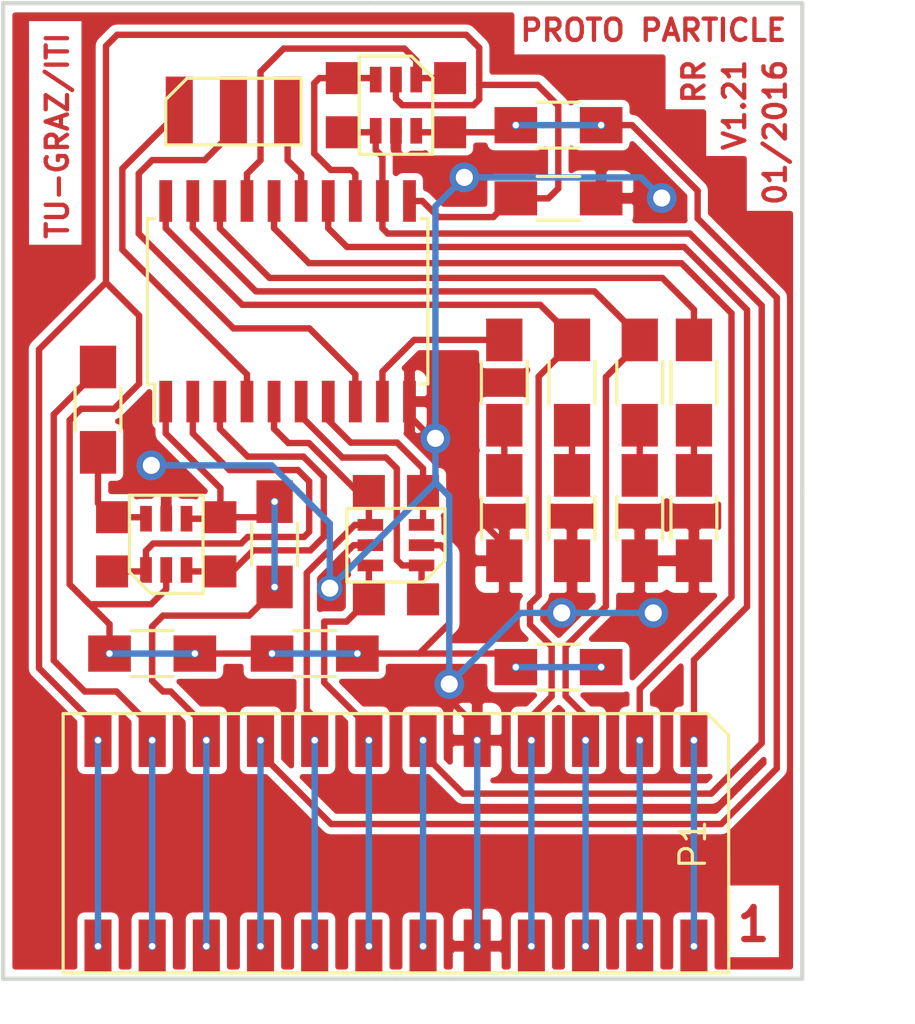
<source format=kicad_pcb>
(kicad_pcb (version 4) (host pcbnew 4.0.2+e4-6225~38~ubuntu15.10.1-stable)

  (general
    (links 79)
    (no_connects 0)
    (area 128.744429 83.2 175.64 133.637001)
    (thickness 1.6)
    (drawings 20)
    (tracks 364)
    (zones 0)
    (modules 33)
    (nets 29)
  )

  (page A4)
  (title_block
    (title "Programmable Matter Particle")
    (date 2016-08-03)
    (rev 0.1)
    (company "Graz University of Technology")
    (comment 1 "Institute of Technical Informatics")
    (comment 2 "Pluggable Particle")
  )

  (layers
    (0 F.Cu signal)
    (31 B.Cu signal)
    (32 B.Adhes user)
    (33 F.Adhes user)
    (34 B.Paste user)
    (35 F.Paste user)
    (36 B.SilkS user)
    (37 F.SilkS user)
    (38 B.Mask user)
    (39 F.Mask user)
    (40 Dwgs.User user)
    (41 Cmts.User user)
    (42 Eco1.User user)
    (43 Eco2.User user)
    (44 Edge.Cuts user)
    (45 Margin user)
    (46 B.CrtYd user)
    (47 F.CrtYd user)
    (48 B.Fab user)
    (49 F.Fab user)
  )

  (setup
    (last_trace_width 0.3)
    (trace_clearance 0.33)
    (zone_clearance 0.33)
    (zone_45_only no)
    (trace_min 0.2)
    (segment_width 0.2)
    (edge_width 0.2)
    (via_size 1.4)
    (via_drill 0.8)
    (via_min_size 0.4)
    (via_min_drill 0.3)
    (user_via 0.4 0.3)
    (uvia_size 0.3)
    (uvia_drill 0.1)
    (uvias_allowed no)
    (uvia_min_size 0.2)
    (uvia_min_drill 0.1)
    (pcb_text_width 0.3)
    (pcb_text_size 1.5 1.5)
    (mod_edge_width 0.15)
    (mod_text_size 1 1)
    (mod_text_width 0.15)
    (pad_size 1.524 1.524)
    (pad_drill 0.762)
    (pad_to_mask_clearance 0.2)
    (aux_axis_origin 0 0)
    (visible_elements FFFFFFBF)
    (pcbplotparams
      (layerselection 0x00030_80000001)
      (usegerberextensions false)
      (excludeedgelayer true)
      (linewidth 0.100000)
      (plotframeref false)
      (viasonmask false)
      (mode 1)
      (useauxorigin false)
      (hpglpennumber 1)
      (hpglpenspeed 20)
      (hpglpendiameter 15)
      (hpglpenoverlay 2)
      (psnegative false)
      (psa4output false)
      (plotreference true)
      (plotvalue true)
      (plotinvisibletext false)
      (padsonsilk false)
      (subtractmaskfromsilk false)
      (outputformat 1)
      (mirror false)
      (drillshape 0)
      (scaleselection 1)
      (outputdirectory ""))
  )

  (net 0 "")
  (net 1 GND)
  (net 2 "Net-(D1-Pad2)")
  (net 3 "Net-(D2-Pad2)")
  (net 4 "Net-(D3-Pad2)")
  (net 5 "Net-(D4-Pad2)")
  (net 6 /TX-NORTH)
  (net 7 /TX-SOUTH)
  (net 8 /RX-SOUTH)
  (net 9 /TP3)
  (net 10 /TP2)
  (net 11 /ERROR)
  (net 12 VCC)
  (net 13 /RX-NORTH)
  (net 14 /TP1)
  (net 15 /STATUS1)
  (net 16 /SCK)
  (net 17 /RESET)
  (net 18 /MISO/TXuart)
  (net 19 /MOSI/RXuart)
  (net 20 /RX-EAST)
  (net 21 /SW_PWR_TX-EAST)
  (net 22 /SW_PWR_RX-EAST)
  (net 23 /SW_PWR_TX-SOUTH)
  (net 24 /SW_PWR_RX-SOUTH)
  (net 25 /SW_PWR_RX-NORTH)
  (net 26 /SW_PWR_TX-NORTH)
  (net 27 /TX-EAST)
  (net 28 "Net-(Q-EAST1-Pad6)")

  (net_class Default "This is the default net class."
    (clearance 0.33)
    (trace_width 0.3)
    (via_dia 1.4)
    (via_drill 0.8)
    (uvia_dia 0.3)
    (uvia_drill 0.1)
    (add_net /ERROR)
    (add_net /MISO/TXuart)
    (add_net /MOSI/RXuart)
    (add_net /RESET)
    (add_net /RX-EAST)
    (add_net /RX-NORTH)
    (add_net /RX-SOUTH)
    (add_net /SCK)
    (add_net /STATUS1)
    (add_net /SW_PWR_RX-EAST)
    (add_net /SW_PWR_RX-NORTH)
    (add_net /SW_PWR_RX-SOUTH)
    (add_net /SW_PWR_TX-EAST)
    (add_net /SW_PWR_TX-NORTH)
    (add_net /SW_PWR_TX-SOUTH)
    (add_net /TP1)
    (add_net /TP2)
    (add_net /TP3)
    (add_net /TX-EAST)
    (add_net /TX-NORTH)
    (add_net /TX-SOUTH)
    (add_net GND)
    (add_net "Net-(D1-Pad2)")
    (add_net "Net-(D2-Pad2)")
    (add_net "Net-(D3-Pad2)")
    (add_net "Net-(D4-Pad2)")
    (add_net "Net-(Q-EAST1-Pad6)")
    (add_net VCC)
  )

  (module CONN_SMT_FCI_01x12_RIGHT_ANGLED-71607-312LF:01x12-FCI-71607-312LF (layer F.Cu) (tedit 56A9CBB4) (tstamp 56A9CF96)
    (at 147.32 123.19 180)
    (path /56A8F3DC)
    (fp_text reference P1 (at -13.9192 -0.0508 270) (layer F.SilkS)
      (effects (font (size 1.2 1.2) (thickness 0.15)))
    )
    (fp_text value INTERFACE (at 0 0 180) (layer F.Fab)
      (effects (font (size 1.2 1.2) (thickness 0.15)))
    )
    (fp_line (start -15.5956 5.08) (end -14.5956 6.08) (layer F.SilkS) (width 0.15))
    (fp_line (start -15.605 -6.075) (end -15.5956 5.08) (layer F.SilkS) (width 0.15))
    (fp_line (start -14.5956 6.075) (end 15.605 6.075) (layer F.SilkS) (width 0.15))
    (fp_line (start 15.605 6.075) (end 15.605 -6.075) (layer F.SilkS) (width 0.15))
    (fp_line (start 15.605 -6.075) (end -15.605 -6.075) (layer F.SilkS) (width 0.15))
    (pad 1 smd rect (at -13.97 -4.825 180) (size 1.27 2.5) (layers F.Cu F.Paste F.Mask)
      (net 17 /RESET))
    (pad 1 smd rect (at -13.97 4.825 180) (size 1.27 2.5) (layers F.Cu F.Paste F.Mask)
      (net 17 /RESET))
    (pad 2 smd rect (at -11.43 -4.825 180) (size 1.27 2.5) (layers F.Cu F.Paste F.Mask)
      (net 16 /SCK))
    (pad 2 smd rect (at -11.43 4.825 180) (size 1.27 2.5) (layers F.Cu F.Paste F.Mask)
      (net 16 /SCK))
    (pad 3 smd rect (at -8.89 -4.825 180) (size 1.27 2.5) (layers F.Cu F.Paste F.Mask)
      (net 18 /MISO/TXuart))
    (pad 3 smd rect (at -8.89 4.825 180) (size 1.27 2.5) (layers F.Cu F.Paste F.Mask)
      (net 18 /MISO/TXuart))
    (pad 4 smd rect (at -6.35 -4.825 180) (size 1.27 2.5) (layers F.Cu F.Paste F.Mask)
      (net 19 /MOSI/RXuart))
    (pad 4 smd rect (at -6.35 4.825 180) (size 1.27 2.5) (layers F.Cu F.Paste F.Mask)
      (net 19 /MOSI/RXuart))
    (pad 5 smd rect (at -3.81 -4.825 180) (size 1.27 2.5) (layers F.Cu F.Paste F.Mask)
      (net 1 GND))
    (pad 5 smd rect (at -3.81 4.825 180) (size 1.27 2.5) (layers F.Cu F.Paste F.Mask)
      (net 1 GND))
    (pad 6 smd rect (at -1.27 -4.825 180) (size 1.27 2.5) (layers F.Cu F.Paste F.Mask)
      (net 13 /RX-NORTH))
    (pad 6 smd rect (at -1.27 4.825 180) (size 1.27 2.5) (layers F.Cu F.Paste F.Mask)
      (net 13 /RX-NORTH))
    (pad 7 smd rect (at 1.27 -4.825 180) (size 1.27 2.5) (layers F.Cu F.Paste F.Mask)
      (net 7 /TX-SOUTH))
    (pad 7 smd rect (at 1.27 4.825 180) (size 1.27 2.5) (layers F.Cu F.Paste F.Mask)
      (net 7 /TX-SOUTH))
    (pad 8 smd rect (at 3.81 -4.825 180) (size 1.27 2.5) (layers F.Cu F.Paste F.Mask)
      (net 8 /RX-SOUTH))
    (pad 8 smd rect (at 3.81 4.825 180) (size 1.27 2.5) (layers F.Cu F.Paste F.Mask)
      (net 8 /RX-SOUTH))
    (pad 9 smd rect (at 6.35 -4.825 180) (size 1.27 2.5) (layers F.Cu F.Paste F.Mask)
      (net 6 /TX-NORTH))
    (pad 9 smd rect (at 6.35 4.825 180) (size 1.27 2.5) (layers F.Cu F.Paste F.Mask)
      (net 6 /TX-NORTH))
    (pad 10 smd rect (at 8.89 -4.825 180) (size 1.27 2.5) (layers F.Cu F.Paste F.Mask)
      (net 20 /RX-EAST))
    (pad 10 smd rect (at 8.89 4.825 180) (size 1.27 2.5) (layers F.Cu F.Paste F.Mask)
      (net 20 /RX-EAST))
    (pad 11 smd rect (at 11.43 -4.825 180) (size 1.27 2.5) (layers F.Cu F.Paste F.Mask)
      (net 27 /TX-EAST))
    (pad 11 smd rect (at 11.43 4.825 180) (size 1.27 2.5) (layers F.Cu F.Paste F.Mask)
      (net 27 /TX-EAST))
    (pad 12 smd rect (at 13.97 -4.825 180) (size 1.27 2.5) (layers F.Cu F.Paste F.Mask)
      (net 12 VCC))
    (pad 12 smd rect (at 13.97 4.825 180) (size 1.27 2.5) (layers F.Cu F.Paste F.Mask)
      (net 12 VCC))
    (model ${KIPRJMOD}/3d/CONN_SMT_FCI_01x12_RIGHT_ANGLED-71607-312LF.wrl
      (at (xyz 0 0 0))
      (scale (xyz 0.3937 0.3937 0.3937))
      (rotate (xyz 0 0 0))
    )
  )

  (module Housings_SOIC:SOIC-20_7.5x12.8mm_Pitch1.27mm (layer F.Cu) (tedit 56B2600D) (tstamp 56A8E533)
    (at 142.24 97.79 90)
    (descr "20-Lead Plastic Small Outline (SO) - Wide, 7.50 mm Body [SOIC] (see Microchip Packaging Specification 00000049BS.pdf)")
    (tags "SOIC 1.27")
    (path /56A8C6DB)
    (attr smd)
    (fp_text reference IC1 (at 0 -7.5 90) (layer F.SilkS) hide
      (effects (font (size 1 1) (thickness 0.15)))
    )
    (fp_text value ATTINY1634-SU (at 0 7.5 90) (layer F.Fab)
      (effects (font (size 1 1) (thickness 0.15)))
    )
    (fp_line (start -5.95 -6.75) (end -5.95 6.75) (layer F.CrtYd) (width 0.05))
    (fp_line (start 5.95 -6.75) (end 5.95 6.75) (layer F.CrtYd) (width 0.05))
    (fp_line (start -5.95 -6.75) (end 5.95 -6.75) (layer F.CrtYd) (width 0.05))
    (fp_line (start -5.95 6.75) (end 5.95 6.75) (layer F.CrtYd) (width 0.05))
    (fp_line (start -3.875 -6.575) (end -3.875 -6.24) (layer F.SilkS) (width 0.15))
    (fp_line (start 3.875 -6.575) (end 3.875 -6.24) (layer F.SilkS) (width 0.15))
    (fp_line (start 3.875 6.575) (end 3.875 6.24) (layer F.SilkS) (width 0.15))
    (fp_line (start -3.875 6.575) (end -3.875 6.24) (layer F.SilkS) (width 0.15))
    (fp_line (start -3.875 -6.575) (end 3.875 -6.575) (layer F.SilkS) (width 0.15))
    (fp_line (start -3.875 6.575) (end 3.875 6.575) (layer F.SilkS) (width 0.15))
    (fp_line (start -3.875 -6.24) (end -5.675 -6.24) (layer F.SilkS) (width 0.15))
    (pad 1 smd rect (at -4.7 -5.715 90) (size 1.95 0.6) (layers F.Cu F.Paste F.Mask)
      (net 20 /RX-EAST))
    (pad 2 smd rect (at -4.7 -4.445 90) (size 1.95 0.6) (layers F.Cu F.Paste F.Mask)
      (net 21 /SW_PWR_TX-EAST))
    (pad 3 smd rect (at -4.7 -3.175 90) (size 1.95 0.6) (layers F.Cu F.Paste F.Mask)
      (net 22 /SW_PWR_RX-EAST))
    (pad 4 smd rect (at -4.7 -1.905 90) (size 1.95 0.6) (layers F.Cu F.Paste F.Mask)
      (net 9 /TP3))
    (pad 5 smd rect (at -4.7 -0.635 90) (size 1.95 0.6) (layers F.Cu F.Paste F.Mask)
      (net 8 /RX-SOUTH))
    (pad 6 smd rect (at -4.7 0.635 90) (size 1.95 0.6) (layers F.Cu F.Paste F.Mask)
      (net 23 /SW_PWR_TX-SOUTH))
    (pad 7 smd rect (at -4.7 1.905 90) (size 1.95 0.6) (layers F.Cu F.Paste F.Mask)
      (net 24 /SW_PWR_RX-SOUTH))
    (pad 8 smd rect (at -4.7 3.175 90) (size 1.95 0.6) (layers F.Cu F.Paste F.Mask)
      (net 10 /TP2))
    (pad 9 smd rect (at -4.7 4.445 90) (size 1.95 0.6) (layers F.Cu F.Paste F.Mask)
      (net 11 /ERROR))
    (pad 10 smd rect (at -4.7 5.715 90) (size 1.95 0.6) (layers F.Cu F.Paste F.Mask)
      (net 1 GND))
    (pad 11 smd rect (at 4.7 5.715 90) (size 1.95 0.6) (layers F.Cu F.Paste F.Mask)
      (net 12 VCC))
    (pad 12 smd rect (at 4.7 4.445 90) (size 1.95 0.6) (layers F.Cu F.Paste F.Mask)
      (net 13 /RX-NORTH))
    (pad 13 smd rect (at 4.7 3.175 90) (size 1.95 0.6) (layers F.Cu F.Paste F.Mask)
      (net 25 /SW_PWR_RX-NORTH))
    (pad 14 smd rect (at 4.7 1.905 90) (size 1.95 0.6) (layers F.Cu F.Paste F.Mask)
      (net 17 /RESET))
    (pad 15 smd rect (at 4.7 0.635 90) (size 1.95 0.6) (layers F.Cu F.Paste F.Mask)
      (net 14 /TP1))
    (pad 16 smd rect (at 4.7 -0.635 90) (size 1.95 0.6) (layers F.Cu F.Paste F.Mask)
      (net 16 /SCK))
    (pad 17 smd rect (at 4.7 -1.905 90) (size 1.95 0.6) (layers F.Cu F.Paste F.Mask)
      (net 26 /SW_PWR_TX-NORTH))
    (pad 18 smd rect (at 4.7 -3.175 90) (size 1.95 0.6) (layers F.Cu F.Paste F.Mask)
      (net 15 /STATUS1))
    (pad 19 smd rect (at 4.7 -4.445 90) (size 1.95 0.6) (layers F.Cu F.Paste F.Mask)
      (net 18 /MISO/TXuart))
    (pad 20 smd rect (at 4.7 -5.715 90) (size 1.95 0.6) (layers F.Cu F.Paste F.Mask)
      (net 19 /MOSI/RXuart))
    (model Housings_SOIC.3dshapes/SOIC-20_7.5x12.8mm_Pitch1.27mm.wrl
      (at (xyz 0 0 0))
      (scale (xyz 1 1 1))
      (rotate (xyz 0 0 0))
    )
  )

  (module sot26:SOT-26 (layer F.Cu) (tedit 56B25DB5) (tstamp 56A8FE15)
    (at 147.32 88.6 180)
    (path /56A8C70E)
    (fp_text reference Q-NORTH1 (at -2.925 0 270) (layer F.SilkS) hide
      (effects (font (size 1.2 1.2) (thickness 0.15)))
    )
    (fp_text value DMC2700UDM-7 (at 0 0 180) (layer F.Fab)
      (effects (font (size 1.2 1.2) (thickness 0.15)))
    )
    (fp_line (start -1.725 1.3) (end -0.725 2.3) (layer F.SilkS) (width 0.15))
    (fp_line (start -1.725 -2.3) (end -1.725 1.3) (layer F.SilkS) (width 0.15))
    (fp_line (start -1.725 -2.3) (end 1.725 -2.3) (layer F.SilkS) (width 0.15))
    (fp_line (start 1.725 2.3) (end 1.725 -2.3) (layer F.SilkS) (width 0.15))
    (fp_line (start 1.725 2.3) (end -0.725 2.3) (layer F.SilkS) (width 0.15))
    (pad 6 smd rect (at -0.95 -1.2 180) (size 0.55 1.2) (layers F.Cu F.Paste F.Mask)
      (net 6 /TX-NORTH))
    (pad 1 smd rect (at -0.95 1.2 180) (size 0.55 1.2) (layers F.Cu F.Paste F.Mask)
      (net 26 /SW_PWR_TX-NORTH))
    (pad 5 smd rect (at 0 -1.2 180) (size 0.55 1.2) (layers F.Cu F.Paste F.Mask)
      (net 1 GND))
    (pad 2 smd rect (at 0 1.2 180) (size 0.55 1.2) (layers F.Cu F.Paste F.Mask)
      (net 12 VCC))
    (pad 4 smd rect (at 0.95 -1.2 180) (size 0.55 1.2) (layers F.Cu F.Paste F.Mask)
      (net 13 /RX-NORTH))
    (pad 3 smd rect (at 0.95 1.2 180) (size 0.55 1.2) (layers F.Cu F.Paste F.Mask)
      (net 25 /SW_PWR_RX-NORTH))
    (model ${KIPRJMOD}/3d/SOT_26.wrl
      (at (xyz 0 0 0))
      (scale (xyz 0.3937 0.3937 0.3937))
      (rotate (xyz 0 0 0))
    )
  )

  (module Resistors_SMD:R_1206_HandSoldering (layer F.Cu) (tedit 56B2601E) (tstamp 56A8E4FD)
    (at 155.575 107.95 90)
    (descr "Resistor SMD 1206, hand soldering")
    (tags "resistor 1206")
    (path /56A8C6E5)
    (attr smd)
    (fp_text reference D1 (at 0 -2.3 90) (layer F.SilkS) hide
      (effects (font (size 1 1) (thickness 0.15)))
    )
    (fp_text value HEARTBEAT (at 0 2.3 90) (layer F.Fab)
      (effects (font (size 1 1) (thickness 0.15)))
    )
    (fp_line (start -3.3 -1.2) (end 3.3 -1.2) (layer F.CrtYd) (width 0.05))
    (fp_line (start -3.3 1.2) (end 3.3 1.2) (layer F.CrtYd) (width 0.05))
    (fp_line (start -3.3 -1.2) (end -3.3 1.2) (layer F.CrtYd) (width 0.05))
    (fp_line (start 3.3 -1.2) (end 3.3 1.2) (layer F.CrtYd) (width 0.05))
    (fp_line (start 1 1.075) (end -1 1.075) (layer F.SilkS) (width 0.15))
    (fp_line (start -1 -1.075) (end 1 -1.075) (layer F.SilkS) (width 0.15))
    (pad 1 smd rect (at -2 0 90) (size 2 1.7) (layers F.Cu F.Paste F.Mask)
      (net 1 GND))
    (pad 2 smd rect (at 2 0 90) (size 2 1.7) (layers F.Cu F.Paste F.Mask)
      (net 2 "Net-(D1-Pad2)"))
    (model ${KIPRJMOD}/3d/LED_SMD_1206_GREEN.wrl
      (at (xyz 0 0 0))
      (scale (xyz 0.3937 0.3937 0.3937))
      (rotate (xyz 0 0 0))
    )
  )

  (module Resistors_SMD:R_1206_HandSoldering (layer F.Cu) (tedit 56B26020) (tstamp 56A8E503)
    (at 158.75 107.95 90)
    (descr "Resistor SMD 1206, hand soldering")
    (tags "resistor 1206")
    (path /56A8C6E7)
    (attr smd)
    (fp_text reference D2 (at 0 -2.3 90) (layer F.SilkS) hide
      (effects (font (size 1 1) (thickness 0.15)))
    )
    (fp_text value STATUS0 (at 0 2.3 90) (layer F.Fab)
      (effects (font (size 1 1) (thickness 0.15)))
    )
    (fp_line (start -3.3 -1.2) (end 3.3 -1.2) (layer F.CrtYd) (width 0.05))
    (fp_line (start -3.3 1.2) (end 3.3 1.2) (layer F.CrtYd) (width 0.05))
    (fp_line (start -3.3 -1.2) (end -3.3 1.2) (layer F.CrtYd) (width 0.05))
    (fp_line (start 3.3 -1.2) (end 3.3 1.2) (layer F.CrtYd) (width 0.05))
    (fp_line (start 1 1.075) (end -1 1.075) (layer F.SilkS) (width 0.15))
    (fp_line (start -1 -1.075) (end 1 -1.075) (layer F.SilkS) (width 0.15))
    (pad 1 smd rect (at -2 0 90) (size 2 1.7) (layers F.Cu F.Paste F.Mask)
      (net 1 GND))
    (pad 2 smd rect (at 2 0 90) (size 2 1.7) (layers F.Cu F.Paste F.Mask)
      (net 3 "Net-(D2-Pad2)"))
    (model ${KIPRJMOD}/3d/LED_SMD_1206_ORANGE.wrl
      (at (xyz 0 0 0))
      (scale (xyz 0.3937 0.3937 0.3937))
      (rotate (xyz 0 0 0))
    )
  )

  (module Resistors_SMD:R_1206_HandSoldering (layer F.Cu) (tedit 56B26022) (tstamp 56A8E509)
    (at 161.29 107.95 90)
    (descr "Resistor SMD 1206, hand soldering")
    (tags "resistor 1206")
    (path /56A8C6F9)
    (attr smd)
    (fp_text reference D3 (at 0 -2.3 90) (layer F.SilkS) hide
      (effects (font (size 1 1) (thickness 0.15)))
    )
    (fp_text value STATUS1 (at 0 2.3 90) (layer F.Fab)
      (effects (font (size 1 1) (thickness 0.15)))
    )
    (fp_line (start -3.3 -1.2) (end 3.3 -1.2) (layer F.CrtYd) (width 0.05))
    (fp_line (start -3.3 1.2) (end 3.3 1.2) (layer F.CrtYd) (width 0.05))
    (fp_line (start -3.3 -1.2) (end -3.3 1.2) (layer F.CrtYd) (width 0.05))
    (fp_line (start 3.3 -1.2) (end 3.3 1.2) (layer F.CrtYd) (width 0.05))
    (fp_line (start 1 1.075) (end -1 1.075) (layer F.SilkS) (width 0.15))
    (fp_line (start -1 -1.075) (end 1 -1.075) (layer F.SilkS) (width 0.15))
    (pad 1 smd rect (at -2 0 90) (size 2 1.7) (layers F.Cu F.Paste F.Mask)
      (net 1 GND))
    (pad 2 smd rect (at 2 0 90) (size 2 1.7) (layers F.Cu F.Paste F.Mask)
      (net 4 "Net-(D3-Pad2)"))
    (model ${KIPRJMOD}/3d/LED_SMD_1206_ORANGE.wrl
      (at (xyz 0 0 0))
      (scale (xyz 0.3937 0.3937 0.3937))
      (rotate (xyz 0 0 0))
    )
  )

  (module Resistors_SMD:R_1206_HandSoldering (layer F.Cu) (tedit 56B26032) (tstamp 56A8E50F)
    (at 152.4 107.95 90)
    (descr "Resistor SMD 1206, hand soldering")
    (tags "resistor 1206")
    (path /56A8C6E9)
    (attr smd)
    (fp_text reference D4 (at 0 -2.3 90) (layer F.SilkS) hide
      (effects (font (size 1 1) (thickness 0.15)))
    )
    (fp_text value ERROR (at 0 2.3 90) (layer F.Fab)
      (effects (font (size 1 1) (thickness 0.15)))
    )
    (fp_line (start -3.3 -1.2) (end 3.3 -1.2) (layer F.CrtYd) (width 0.05))
    (fp_line (start -3.3 1.2) (end 3.3 1.2) (layer F.CrtYd) (width 0.05))
    (fp_line (start -3.3 -1.2) (end -3.3 1.2) (layer F.CrtYd) (width 0.05))
    (fp_line (start 3.3 -1.2) (end 3.3 1.2) (layer F.CrtYd) (width 0.05))
    (fp_line (start 1 1.075) (end -1 1.075) (layer F.SilkS) (width 0.15))
    (fp_line (start -1 -1.075) (end 1 -1.075) (layer F.SilkS) (width 0.15))
    (pad 1 smd rect (at -2 0 90) (size 2 1.7) (layers F.Cu F.Paste F.Mask)
      (net 1 GND))
    (pad 2 smd rect (at 2 0 90) (size 2 1.7) (layers F.Cu F.Paste F.Mask)
      (net 5 "Net-(D4-Pad2)"))
    (model ${KIPRJMOD}/3d/LED_SMD_1206_RED.wrl
      (at (xyz 0 0 0))
      (scale (xyz 0.3937 0.3937 0.3937))
      (rotate (xyz 0 0 0))
    )
  )

  (module Resistors_SMD:R_1206_HandSoldering (layer F.Cu) (tedit 56B2602E) (tstamp 56A8E58D)
    (at 155.575 101.6 90)
    (descr "Resistor SMD 1206, hand soldering")
    (tags "resistor 1206")
    (path /56A8C6E6)
    (attr smd)
    (fp_text reference R2 (at 0 -2.3 90) (layer F.SilkS) hide
      (effects (font (size 1 1) (thickness 0.15)))
    )
    (fp_text value 1k2 (at 0 2.3 90) (layer F.Fab)
      (effects (font (size 1 1) (thickness 0.15)))
    )
    (fp_line (start -3.3 -1.2) (end 3.3 -1.2) (layer F.CrtYd) (width 0.05))
    (fp_line (start -3.3 1.2) (end 3.3 1.2) (layer F.CrtYd) (width 0.05))
    (fp_line (start -3.3 -1.2) (end -3.3 1.2) (layer F.CrtYd) (width 0.05))
    (fp_line (start 3.3 -1.2) (end 3.3 1.2) (layer F.CrtYd) (width 0.05))
    (fp_line (start 1 1.075) (end -1 1.075) (layer F.SilkS) (width 0.15))
    (fp_line (start -1 -1.075) (end 1 -1.075) (layer F.SilkS) (width 0.15))
    (pad 1 smd rect (at -2 0 90) (size 2 1.7) (layers F.Cu F.Paste F.Mask)
      (net 2 "Net-(D1-Pad2)"))
    (pad 2 smd rect (at 2 0 90) (size 2 1.7) (layers F.Cu F.Paste F.Mask)
      (net 19 /MOSI/RXuart))
    (model Resistors_SMD.3dshapes/R_1206_HandSoldering.wrl
      (at (xyz 0 0 0))
      (scale (xyz 1 1 1))
      (rotate (xyz 0 0 0))
    )
  )

  (module Resistors_SMD:R_1206_HandSoldering (layer F.Cu) (tedit 56B2602B) (tstamp 56A8E593)
    (at 158.75 101.6 90)
    (descr "Resistor SMD 1206, hand soldering")
    (tags "resistor 1206")
    (path /56A8C6E8)
    (attr smd)
    (fp_text reference R3 (at 0 -2.3 90) (layer F.SilkS) hide
      (effects (font (size 1 1) (thickness 0.15)))
    )
    (fp_text value 1k2 (at 0 2.3 90) (layer F.Fab)
      (effects (font (size 1 1) (thickness 0.15)))
    )
    (fp_line (start -3.3 -1.2) (end 3.3 -1.2) (layer F.CrtYd) (width 0.05))
    (fp_line (start -3.3 1.2) (end 3.3 1.2) (layer F.CrtYd) (width 0.05))
    (fp_line (start -3.3 -1.2) (end -3.3 1.2) (layer F.CrtYd) (width 0.05))
    (fp_line (start 3.3 -1.2) (end 3.3 1.2) (layer F.CrtYd) (width 0.05))
    (fp_line (start 1 1.075) (end -1 1.075) (layer F.SilkS) (width 0.15))
    (fp_line (start -1 -1.075) (end 1 -1.075) (layer F.SilkS) (width 0.15))
    (pad 1 smd rect (at -2 0 90) (size 2 1.7) (layers F.Cu F.Paste F.Mask)
      (net 3 "Net-(D2-Pad2)"))
    (pad 2 smd rect (at 2 0 90) (size 2 1.7) (layers F.Cu F.Paste F.Mask)
      (net 18 /MISO/TXuart))
    (model Resistors_SMD.3dshapes/R_1206_HandSoldering.wrl
      (at (xyz 0 0 0))
      (scale (xyz 1 1 1))
      (rotate (xyz 0 0 0))
    )
  )

  (module Resistors_SMD:R_1206_HandSoldering (layer F.Cu) (tedit 56B26026) (tstamp 56A8E599)
    (at 161.29 101.6 90)
    (descr "Resistor SMD 1206, hand soldering")
    (tags "resistor 1206")
    (path /56A8C6FA)
    (attr smd)
    (fp_text reference R4 (at 0 -2.3 90) (layer F.SilkS) hide
      (effects (font (size 1 1) (thickness 0.15)))
    )
    (fp_text value 1k2 (at 0 2.3 90) (layer F.Fab)
      (effects (font (size 1 1) (thickness 0.15)))
    )
    (fp_line (start -3.3 -1.2) (end 3.3 -1.2) (layer F.CrtYd) (width 0.05))
    (fp_line (start -3.3 1.2) (end 3.3 1.2) (layer F.CrtYd) (width 0.05))
    (fp_line (start -3.3 -1.2) (end -3.3 1.2) (layer F.CrtYd) (width 0.05))
    (fp_line (start 3.3 -1.2) (end 3.3 1.2) (layer F.CrtYd) (width 0.05))
    (fp_line (start 1 1.075) (end -1 1.075) (layer F.SilkS) (width 0.15))
    (fp_line (start -1 -1.075) (end 1 -1.075) (layer F.SilkS) (width 0.15))
    (pad 1 smd rect (at -2 0 90) (size 2 1.7) (layers F.Cu F.Paste F.Mask)
      (net 4 "Net-(D3-Pad2)"))
    (pad 2 smd rect (at 2 0 90) (size 2 1.7) (layers F.Cu F.Paste F.Mask)
      (net 15 /STATUS1))
    (model Resistors_SMD.3dshapes/R_1206_HandSoldering.wrl
      (at (xyz 0 0 0))
      (scale (xyz 1 1 1))
      (rotate (xyz 0 0 0))
    )
  )

  (module Resistors_SMD:R_1206_HandSoldering (layer F.Cu) (tedit 56B7166D) (tstamp 56A8E59F)
    (at 152.4 101.6 90)
    (descr "Resistor SMD 1206, hand soldering")
    (tags "resistor 1206")
    (path /56A8C6EA)
    (attr smd)
    (fp_text reference R5 (at 0 -2.3 90) (layer F.SilkS) hide
      (effects (font (size 1 1) (thickness 0.15)))
    )
    (fp_text value 1k2 (at 0 2.3 90) (layer F.Fab)
      (effects (font (size 1 1) (thickness 0.15)))
    )
    (fp_line (start -3.3 -1.2) (end 3.3 -1.2) (layer F.CrtYd) (width 0.05))
    (fp_line (start -3.3 1.2) (end 3.3 1.2) (layer F.CrtYd) (width 0.05))
    (fp_line (start -3.3 -1.2) (end -3.3 1.2) (layer F.CrtYd) (width 0.05))
    (fp_line (start 3.3 -1.2) (end 3.3 1.2) (layer F.CrtYd) (width 0.05))
    (fp_line (start 1 1.075) (end -1 1.075) (layer F.SilkS) (width 0.15))
    (fp_line (start -1 -1.075) (end 1 -1.075) (layer F.SilkS) (width 0.15))
    (pad 1 smd rect (at -2 0 90) (size 2 1.7) (layers F.Cu F.Paste F.Mask)
      (net 5 "Net-(D4-Pad2)"))
    (pad 2 smd rect (at 2 0 90) (size 2 1.7) (layers F.Cu F.Paste F.Mask)
      (net 11 /ERROR))
    (model Resistors_SMD.3dshapes/R_1206_HandSoldering.wrl
      (at (xyz 0 0 0))
      (scale (xyz 1 1 1))
      (rotate (xyz 0 0 0))
    )
  )

  (module Resistors_SMD:R_1206_HandSoldering (layer F.Cu) (tedit 56B25E48) (tstamp 56A8E5B1)
    (at 154.94 89.535)
    (descr "Resistor SMD 1206, hand soldering")
    (tags "resistor 1206")
    (path /56A8C6EE)
    (attr smd)
    (fp_text reference R8 (at 0 -2.3) (layer F.SilkS) hide
      (effects (font (size 1 1) (thickness 0.15)))
    )
    (fp_text value 0R (at 0 2.3) (layer F.Fab)
      (effects (font (size 1 1) (thickness 0.15)))
    )
    (fp_line (start -3.3 -1.2) (end 3.3 -1.2) (layer F.CrtYd) (width 0.05))
    (fp_line (start -3.3 1.2) (end 3.3 1.2) (layer F.CrtYd) (width 0.05))
    (fp_line (start -3.3 -1.2) (end -3.3 1.2) (layer F.CrtYd) (width 0.05))
    (fp_line (start 3.3 -1.2) (end 3.3 1.2) (layer F.CrtYd) (width 0.05))
    (fp_line (start 1 1.075) (end -1 1.075) (layer F.SilkS) (width 0.15))
    (fp_line (start -1 -1.075) (end 1 -1.075) (layer F.SilkS) (width 0.15))
    (pad 1 smd rect (at -2 0) (size 2 1.7) (layers F.Cu F.Paste F.Mask)
      (net 6 /TX-NORTH))
    (pad 2 smd rect (at 2 0) (size 2 1.7) (layers F.Cu F.Paste F.Mask)
      (net 6 /TX-NORTH))
    (model Resistors_SMD.3dshapes/R_1206_HandSoldering.wrl
      (at (xyz 0 0 0))
      (scale (xyz 1 1 1))
      (rotate (xyz 0 0 0))
    )
  )

  (module Resistors_SMD:R_1206_HandSoldering (layer F.Cu) (tedit 56B2601B) (tstamp 56A8E5B7)
    (at 154.94 114.935)
    (descr "Resistor SMD 1206, hand soldering")
    (tags "resistor 1206")
    (path /56A8C6ED)
    (attr smd)
    (fp_text reference R9 (at 0 -2.3) (layer F.SilkS) hide
      (effects (font (size 1 1) (thickness 0.15)))
    )
    (fp_text value 0R (at 0 2.3) (layer F.Fab)
      (effects (font (size 1 1) (thickness 0.15)))
    )
    (fp_line (start -3.3 -1.2) (end 3.3 -1.2) (layer F.CrtYd) (width 0.05))
    (fp_line (start -3.3 1.2) (end 3.3 1.2) (layer F.CrtYd) (width 0.05))
    (fp_line (start -3.3 -1.2) (end -3.3 1.2) (layer F.CrtYd) (width 0.05))
    (fp_line (start 3.3 -1.2) (end 3.3 1.2) (layer F.CrtYd) (width 0.05))
    (fp_line (start 1 1.075) (end -1 1.075) (layer F.SilkS) (width 0.15))
    (fp_line (start -1 -1.075) (end 1 -1.075) (layer F.SilkS) (width 0.15))
    (pad 1 smd rect (at -2 0) (size 2 1.7) (layers F.Cu F.Paste F.Mask)
      (net 12 VCC))
    (pad 2 smd rect (at 2 0) (size 2 1.7) (layers F.Cu F.Paste F.Mask)
      (net 12 VCC))
    (model Resistors_SMD.3dshapes/R_1206_HandSoldering.wrl
      (at (xyz 0 0 0))
      (scale (xyz 1 1 1))
      (rotate (xyz 0 0 0))
    )
  )

  (module Resistors_SMD:R_1206_HandSoldering (layer F.Cu) (tedit 56B26036) (tstamp 56A8E5BD)
    (at 143.51 114.3)
    (descr "Resistor SMD 1206, hand soldering")
    (tags "resistor 1206")
    (path /56A8C6F0)
    (attr smd)
    (fp_text reference R10 (at 0 -2.3) (layer F.SilkS) hide
      (effects (font (size 1 1) (thickness 0.15)))
    )
    (fp_text value 0R (at 0 2.3) (layer F.Fab)
      (effects (font (size 1 1) (thickness 0.15)))
    )
    (fp_line (start -3.3 -1.2) (end 3.3 -1.2) (layer F.CrtYd) (width 0.05))
    (fp_line (start -3.3 1.2) (end 3.3 1.2) (layer F.CrtYd) (width 0.05))
    (fp_line (start -3.3 -1.2) (end -3.3 1.2) (layer F.CrtYd) (width 0.05))
    (fp_line (start 3.3 -1.2) (end 3.3 1.2) (layer F.CrtYd) (width 0.05))
    (fp_line (start 1 1.075) (end -1 1.075) (layer F.SilkS) (width 0.15))
    (fp_line (start -1 -1.075) (end 1 -1.075) (layer F.SilkS) (width 0.15))
    (pad 1 smd rect (at -2 0) (size 2 1.7) (layers F.Cu F.Paste F.Mask)
      (net 12 VCC))
    (pad 2 smd rect (at 2 0) (size 2 1.7) (layers F.Cu F.Paste F.Mask)
      (net 12 VCC))
    (model Resistors_SMD.3dshapes/R_1206_HandSoldering.wrl
      (at (xyz 0 0 0))
      (scale (xyz 1 1 1))
      (rotate (xyz 0 0 0))
    )
  )

  (module Resistors_SMD:R_1206_HandSoldering (layer F.Cu) (tedit 56B26045) (tstamp 56A8E5C3)
    (at 135.89 114.3)
    (descr "Resistor SMD 1206, hand soldering")
    (tags "resistor 1206")
    (path /56A8C6F6)
    (attr smd)
    (fp_text reference R11 (at 0 -2.3) (layer F.SilkS) hide
      (effects (font (size 1 1) (thickness 0.15)))
    )
    (fp_text value 0R (at 0 2.3) (layer F.Fab)
      (effects (font (size 1 1) (thickness 0.15)))
    )
    (fp_line (start -3.3 -1.2) (end 3.3 -1.2) (layer F.CrtYd) (width 0.05))
    (fp_line (start -3.3 1.2) (end 3.3 1.2) (layer F.CrtYd) (width 0.05))
    (fp_line (start -3.3 -1.2) (end -3.3 1.2) (layer F.CrtYd) (width 0.05))
    (fp_line (start 3.3 -1.2) (end 3.3 1.2) (layer F.CrtYd) (width 0.05))
    (fp_line (start 1 1.075) (end -1 1.075) (layer F.SilkS) (width 0.15))
    (fp_line (start -1 -1.075) (end 1 -1.075) (layer F.SilkS) (width 0.15))
    (pad 1 smd rect (at -2 0) (size 2 1.7) (layers F.Cu F.Paste F.Mask)
      (net 12 VCC))
    (pad 2 smd rect (at 2 0) (size 2 1.7) (layers F.Cu F.Paste F.Mask)
      (net 12 VCC))
    (model Resistors_SMD.3dshapes/R_1206_HandSoldering.wrl
      (at (xyz 0 0 0))
      (scale (xyz 1 1 1))
      (rotate (xyz 0 0 0))
    )
  )

  (module Resistors_SMD:R_1206_HandSoldering (layer F.Cu) (tedit 56B26010) (tstamp 56A8E5C9)
    (at 133.35 102.87 270)
    (descr "Resistor SMD 1206, hand soldering")
    (tags "resistor 1206")
    (path /56A8C70F)
    (attr smd)
    (fp_text reference R12 (at 0 -2.3 270) (layer F.SilkS) hide
      (effects (font (size 1 1) (thickness 0.15)))
    )
    (fp_text value 1k2 (at 0 2.3 270) (layer F.Fab)
      (effects (font (size 1 1) (thickness 0.15)))
    )
    (fp_line (start -3.3 -1.2) (end 3.3 -1.2) (layer F.CrtYd) (width 0.05))
    (fp_line (start -3.3 1.2) (end 3.3 1.2) (layer F.CrtYd) (width 0.05))
    (fp_line (start -3.3 -1.2) (end -3.3 1.2) (layer F.CrtYd) (width 0.05))
    (fp_line (start 3.3 -1.2) (end 3.3 1.2) (layer F.CrtYd) (width 0.05))
    (fp_line (start 1 1.075) (end -1 1.075) (layer F.SilkS) (width 0.15))
    (fp_line (start -1 -1.075) (end 1 -1.075) (layer F.SilkS) (width 0.15))
    (pad 1 smd rect (at -2 0 270) (size 2 1.7) (layers F.Cu F.Paste F.Mask)
      (net 27 /TX-EAST))
    (pad 2 smd rect (at 2 0 270) (size 2 1.7) (layers F.Cu F.Paste F.Mask)
      (net 28 "Net-(Q-EAST1-Pad6)"))
    (model Resistors_SMD.3dshapes/R_1206_HandSoldering.wrl
      (at (xyz 0 0 0))
      (scale (xyz 1 1 1))
      (rotate (xyz 0 0 0))
    )
  )

  (module Measurement_Points:Measurement_Point_Square-SMD-Pad_Small (layer F.Cu) (tedit 56B25D91) (tstamp 56A8EEAF)
    (at 144.78 87.33)
    (descr "Mesurement Point, Square, SMD Pad,  1.5mm x 1.5mm,")
    (tags "Mesurement Point, Square, SMD Pad, 1.5mm x 1.5mm,")
    (path /56A94549)
    (fp_text reference W1 (at 0 -2.875) (layer F.SilkS) hide
      (effects (font (size 1 1) (thickness 0.15)))
    )
    (fp_text value TP1-N (at 2.54 3.81) (layer F.Fab)
      (effects (font (size 1 1) (thickness 0.15)))
    )
    (pad 1 smd rect (at 0 0) (size 1.50114 1.50114) (layers F.Cu F.Paste F.Mask)
      (net 25 /SW_PWR_RX-NORTH))
  )

  (module Measurement_Points:Measurement_Point_Square-SMD-Pad_Small (layer F.Cu) (tedit 56B25DA7) (tstamp 56A8EEB4)
    (at 149.86 87.33)
    (descr "Mesurement Point, Square, SMD Pad,  1.5mm x 1.5mm,")
    (tags "Mesurement Point, Square, SMD Pad, 1.5mm x 1.5mm,")
    (path /56A93461)
    (fp_text reference W2 (at 0 -2.875) (layer F.SilkS) hide
      (effects (font (size 1 1) (thickness 0.15)))
    )
    (fp_text value TP3-N (at 2.54 3.81) (layer F.Fab)
      (effects (font (size 1 1) (thickness 0.15)))
    )
    (pad 1 smd rect (at 0 0) (size 1.50114 1.50114) (layers F.Cu F.Paste F.Mask)
      (net 26 /SW_PWR_TX-NORTH))
  )

  (module Measurement_Points:Measurement_Point_Square-SMD-Pad_Small (layer F.Cu) (tedit 56B71669) (tstamp 56A8EEB9)
    (at 148.59 106.68)
    (descr "Mesurement Point, Square, SMD Pad,  1.5mm x 1.5mm,")
    (tags "Mesurement Point, Square, SMD Pad, 1.5mm x 1.5mm,")
    (path /56A93D71)
    (fp_text reference W3 (at 0 -3.81) (layer F.SilkS) hide
      (effects (font (size 1 1) (thickness 0.15)))
    )
    (fp_text value TP1-S (at 2.54 3.81) (layer F.Fab)
      (effects (font (size 1 1) (thickness 0.15)))
    )
    (pad 1 smd rect (at 0 0) (size 1.50114 1.50114) (layers F.Cu F.Paste F.Mask)
      (net 24 /SW_PWR_RX-SOUTH))
  )

  (module Measurement_Points:Measurement_Point_Square-SMD-Pad_Small (layer F.Cu) (tedit 56B26054) (tstamp 56A8EEBE)
    (at 148.59 111.76)
    (descr "Mesurement Point, Square, SMD Pad,  1.5mm x 1.5mm,")
    (tags "Mesurement Point, Square, SMD Pad, 1.5mm x 1.5mm,")
    (path /56A93E8E)
    (fp_text reference W4 (at 0 -3.81) (layer F.SilkS) hide
      (effects (font (size 1 1) (thickness 0.15)))
    )
    (fp_text value TP3-S (at 2.54 3.81) (layer F.Fab)
      (effects (font (size 1 1) (thickness 0.15)))
    )
    (pad 1 smd rect (at 0 0) (size 1.50114 1.50114) (layers F.Cu F.Paste F.Mask)
      (net 23 /SW_PWR_TX-SOUTH))
  )

  (module Measurement_Points:Measurement_Point_Square-SMD-Pad_Small (layer F.Cu) (tedit 56B2605B) (tstamp 56A8EEC3)
    (at 144.78 89.87)
    (descr "Mesurement Point, Square, SMD Pad,  1.5mm x 1.5mm,")
    (tags "Mesurement Point, Square, SMD Pad, 1.5mm x 1.5mm,")
    (path /56A937C8)
    (fp_text reference W5 (at 0 -3.81) (layer F.SilkS) hide
      (effects (font (size 1 1) (thickness 0.15)))
    )
    (fp_text value TP2-N (at 2.54 3.81) (layer F.Fab)
      (effects (font (size 1 1) (thickness 0.15)))
    )
    (pad 1 smd rect (at 0 0) (size 1.50114 1.50114) (layers F.Cu F.Paste F.Mask)
      (net 13 /RX-NORTH))
  )

  (module Measurement_Points:Measurement_Point_Square-SMD-Pad_Small (layer F.Cu) (tedit 56B26058) (tstamp 56A8EEC8)
    (at 149.86 89.87)
    (descr "Mesurement Point, Square, SMD Pad,  1.5mm x 1.5mm,")
    (tags "Mesurement Point, Square, SMD Pad, 1.5mm x 1.5mm,")
    (path /56A94472)
    (fp_text reference W6 (at 0 -3.81) (layer F.SilkS) hide
      (effects (font (size 1 1) (thickness 0.15)))
    )
    (fp_text value TP4-N (at 2.54 3.81) (layer F.Fab)
      (effects (font (size 1 1) (thickness 0.15)))
    )
    (pad 1 smd rect (at 0 0) (size 1.50114 1.50114) (layers F.Cu F.Paste F.Mask)
      (net 6 /TX-NORTH))
  )

  (module Measurement_Points:Measurement_Point_Square-SMD-Pad_Small (layer F.Cu) (tedit 56B71670) (tstamp 56A8EECD)
    (at 146.05 106.68)
    (descr "Mesurement Point, Square, SMD Pad,  1.5mm x 1.5mm,")
    (tags "Mesurement Point, Square, SMD Pad, 1.5mm x 1.5mm,")
    (path /56A95683)
    (fp_text reference W7 (at 0 -3.81) (layer F.SilkS) hide
      (effects (font (size 1 1) (thickness 0.15)))
    )
    (fp_text value TP2-S (at 2.54 3.81) (layer F.Fab)
      (effects (font (size 1 1) (thickness 0.15)))
    )
    (pad 1 smd rect (at 0 0) (size 1.50114 1.50114) (layers F.Cu F.Paste F.Mask)
      (net 8 /RX-SOUTH))
  )

  (module Measurement_Points:Measurement_Point_Square-SMD-Pad_Small (layer F.Cu) (tedit 56B26052) (tstamp 56A8EED2)
    (at 146.05 111.76)
    (descr "Mesurement Point, Square, SMD Pad,  1.5mm x 1.5mm,")
    (tags "Mesurement Point, Square, SMD Pad, 1.5mm x 1.5mm,")
    (path /56A94EDF)
    (fp_text reference W8 (at 0 -3.81) (layer F.SilkS) hide
      (effects (font (size 1 1) (thickness 0.15)))
    )
    (fp_text value TP4-S (at 2.54 3.81) (layer F.Fab)
      (effects (font (size 1 1) (thickness 0.15)))
    )
    (pad 1 smd rect (at 0 0) (size 1.50114 1.50114) (layers F.Cu F.Paste F.Mask)
      (net 7 /TX-SOUTH))
  )

  (module Measurement_Points:Measurement_Point_Square-SMD-Pad_Small (layer F.Cu) (tedit 56B2603F) (tstamp 56A8EED7)
    (at 139.089429 107.910571 270)
    (descr "Mesurement Point, Square, SMD Pad,  1.5mm x 1.5mm,")
    (tags "Mesurement Point, Square, SMD Pad, 1.5mm x 1.5mm,")
    (path /56A95C63)
    (fp_text reference W9 (at 0 -3.81 270) (layer F.SilkS) hide
      (effects (font (size 1 1) (thickness 0.15)))
    )
    (fp_text value TP1-C (at 2.54 3.81 270) (layer F.Fab)
      (effects (font (size 1 1) (thickness 0.15)))
    )
    (pad 1 smd rect (at 0 0 270) (size 1.50114 1.50114) (layers F.Cu F.Paste F.Mask)
      (net 20 /RX-EAST))
  )

  (module Measurement_Points:Measurement_Point_Square-SMD-Pad_Small (layer F.Cu) (tedit 56B2604A) (tstamp 56A8EEDC)
    (at 134.009429 107.910571 270)
    (descr "Mesurement Point, Square, SMD Pad,  1.5mm x 1.5mm,")
    (tags "Mesurement Point, Square, SMD Pad, 1.5mm x 1.5mm,")
    (path /56A95B30)
    (fp_text reference W10 (at 0 -3.81 270) (layer F.SilkS) hide
      (effects (font (size 1 1) (thickness 0.15)))
    )
    (fp_text value TP3-C (at 2.54 3.81 270) (layer F.Fab)
      (effects (font (size 1 1) (thickness 0.15)))
    )
    (pad 1 smd rect (at 0 0 270) (size 1.50114 1.50114) (layers F.Cu F.Paste F.Mask)
      (net 28 "Net-(Q-EAST1-Pad6)"))
  )

  (module Measurement_Points:Measurement_Point_Square-SMD-Pad_Small (layer F.Cu) (tedit 56B26039) (tstamp 56A8EEE1)
    (at 139.089429 110.450571 270)
    (descr "Mesurement Point, Square, SMD Pad,  1.5mm x 1.5mm,")
    (tags "Mesurement Point, Square, SMD Pad, 1.5mm x 1.5mm,")
    (path /56A940CA)
    (fp_text reference W11 (at 0 -3.81 270) (layer F.SilkS) hide
      (effects (font (size 1 1) (thickness 0.15)))
    )
    (fp_text value TP2-C (at 2.54 3.81 270) (layer F.Fab)
      (effects (font (size 1 1) (thickness 0.15)))
    )
    (pad 1 smd rect (at 0 0 270) (size 1.50114 1.50114) (layers F.Cu F.Paste F.Mask)
      (net 22 /SW_PWR_RX-EAST))
  )

  (module Measurement_Points:Measurement_Point_Square-SMD-Pad_Small (layer F.Cu) (tedit 56B26043) (tstamp 56A8EEE6)
    (at 134.009429 110.450571 270)
    (descr "Mesurement Point, Square, SMD Pad,  1.5mm x 1.5mm,")
    (tags "Mesurement Point, Square, SMD Pad, 1.5mm x 1.5mm,")
    (path /56A94153)
    (fp_text reference W12 (at 0 -3.81 270) (layer F.SilkS) hide
      (effects (font (size 1 1) (thickness 0.15)))
    )
    (fp_text value TP4-C (at 2.54 3.81 270) (layer F.Fab)
      (effects (font (size 1 1) (thickness 0.15)))
    )
    (pad 1 smd rect (at 0 0 270) (size 1.50114 1.50114) (layers F.Cu F.Paste F.Mask)
      (net 21 /SW_PWR_TX-EAST))
  )

  (module sot26:SOT-26 (layer F.Cu) (tedit 56B26048) (tstamp 56A8FE07)
    (at 136.549429 109.180571)
    (path /56A8C6DF)
    (fp_text reference Q-EAST1 (at -2.925 0 90) (layer F.SilkS) hide
      (effects (font (size 1.2 1.2) (thickness 0.15)))
    )
    (fp_text value DMC2700UDM-7 (at 0 0) (layer F.Fab)
      (effects (font (size 1.2 1.2) (thickness 0.15)))
    )
    (fp_line (start -1.725 1.3) (end -0.725 2.3) (layer F.SilkS) (width 0.15))
    (fp_line (start -1.725 -2.3) (end -1.725 1.3) (layer F.SilkS) (width 0.15))
    (fp_line (start -1.725 -2.3) (end 1.725 -2.3) (layer F.SilkS) (width 0.15))
    (fp_line (start 1.725 2.3) (end 1.725 -2.3) (layer F.SilkS) (width 0.15))
    (fp_line (start 1.725 2.3) (end -0.725 2.3) (layer F.SilkS) (width 0.15))
    (pad 6 smd rect (at -0.95 -1.2) (size 0.55 1.2) (layers F.Cu F.Paste F.Mask)
      (net 28 "Net-(Q-EAST1-Pad6)"))
    (pad 1 smd rect (at -0.95 1.2) (size 0.55 1.2) (layers F.Cu F.Paste F.Mask)
      (net 21 /SW_PWR_TX-EAST))
    (pad 5 smd rect (at 0 -1.2) (size 0.55 1.2) (layers F.Cu F.Paste F.Mask)
      (net 1 GND))
    (pad 2 smd rect (at 0 1.2) (size 0.55 1.2) (layers F.Cu F.Paste F.Mask)
      (net 12 VCC))
    (pad 4 smd rect (at 0.95 -1.2) (size 0.55 1.2) (layers F.Cu F.Paste F.Mask)
      (net 20 /RX-EAST))
    (pad 3 smd rect (at 0.95 1.2) (size 0.55 1.2) (layers F.Cu F.Paste F.Mask)
      (net 22 /SW_PWR_RX-EAST))
    (model ${KIPRJMOD}/3d/SOT_26.wrl
      (at (xyz 0 0 0))
      (scale (xyz 0.3937 0.3937 0.3937))
      (rotate (xyz 0 0 0))
    )
  )

  (module sot26:SOT-26 (layer F.Cu) (tedit 56B26018) (tstamp 56A8FE23)
    (at 147.32 109.22 90)
    (path /56A8C6DE)
    (fp_text reference Q-SOUTH1 (at -2.925 0 180) (layer F.SilkS) hide
      (effects (font (size 1.2 1.2) (thickness 0.15)))
    )
    (fp_text value DMC2700UDM-7 (at 0 0 90) (layer F.Fab)
      (effects (font (size 1.2 1.2) (thickness 0.15)))
    )
    (fp_line (start -1.725 1.3) (end -0.725 2.3) (layer F.SilkS) (width 0.15))
    (fp_line (start -1.725 -2.3) (end -1.725 1.3) (layer F.SilkS) (width 0.15))
    (fp_line (start -1.725 -2.3) (end 1.725 -2.3) (layer F.SilkS) (width 0.15))
    (fp_line (start 1.725 2.3) (end 1.725 -2.3) (layer F.SilkS) (width 0.15))
    (fp_line (start 1.725 2.3) (end -0.725 2.3) (layer F.SilkS) (width 0.15))
    (pad 6 smd rect (at -0.95 -1.2 90) (size 0.55 1.2) (layers F.Cu F.Paste F.Mask)
      (net 7 /TX-SOUTH))
    (pad 1 smd rect (at -0.95 1.2 90) (size 0.55 1.2) (layers F.Cu F.Paste F.Mask)
      (net 23 /SW_PWR_TX-SOUTH))
    (pad 5 smd rect (at 0 -1.2 90) (size 0.55 1.2) (layers F.Cu F.Paste F.Mask)
      (net 1 GND))
    (pad 2 smd rect (at 0 1.2 90) (size 0.55 1.2) (layers F.Cu F.Paste F.Mask)
      (net 12 VCC))
    (pad 4 smd rect (at 0.95 -1.2 90) (size 0.55 1.2) (layers F.Cu F.Paste F.Mask)
      (net 8 /RX-SOUTH))
    (pad 3 smd rect (at 0.95 1.2 90) (size 0.55 1.2) (layers F.Cu F.Paste F.Mask)
      (net 24 /SW_PWR_RX-SOUTH))
    (model ${KIPRJMOD}/3d/SOT_26.wrl
      (at (xyz 0 0 0))
      (scale (xyz 0.3937 0.3937 0.3937))
      (rotate (xyz 0 0 0))
    )
  )

  (module SMT_PIN_HEADER:CONN-1x3 (layer F.Cu) (tedit 56B26007) (tstamp 56A901B6)
    (at 139.7 88.9)
    (path /56A8C711)
    (fp_text reference P2 (at -4.375 0 90) (layer F.SilkS) hide
      (effects (font (size 1.2 1.2) (thickness 0.15)))
    )
    (fp_text value MCU_TEST (at 0 0) (layer F.Fab)
      (effects (font (size 1.2 1.2) (thickness 0.15)))
    )
    (fp_line (start -2.175 -1.56) (end -3.175 -0.56) (layer F.SilkS) (width 0.15))
    (fp_line (start -3.175 1.56) (end -3.175 -0.56) (layer F.SilkS) (width 0.15))
    (fp_line (start -3.175 1.56) (end 3.175 1.56) (layer F.SilkS) (width 0.15))
    (fp_line (start 3.175 1.56) (end 3.175 -1.56) (layer F.SilkS) (width 0.15))
    (fp_line (start 3.175 -1.56) (end -2.175 -1.56) (layer F.SilkS) (width 0.15))
    (pad 1 smd rect (at -2.54 -0.04) (size 1.27 3.2) (layers F.Cu F.Paste F.Mask)
      (net 9 /TP3))
    (pad 2 smd rect (at 0 -0.04) (size 1.27 3.2) (layers F.Cu F.Paste F.Mask)
      (net 10 /TP2))
    (pad 3 smd rect (at 2.54 -0.04) (size 1.27 3.2) (layers F.Cu F.Paste F.Mask)
      (net 14 /TP1))
    (model ${KIPRJMOD}/3d/CONN_HEAD_254_1x3.wrl
      (at (xyz 0 -0.1 0))
      (scale (xyz 0.3937 0.3937 0.3937))
      (rotate (xyz 0 0 180))
    )
  )

  (module Resistors_SMD:R_1206_HandSoldering (layer F.Cu) (tedit 56B7168E) (tstamp 56A9D4AD)
    (at 141.629429 109.180571 90)
    (descr "Resistor SMD 1206, hand soldering")
    (tags "resistor 1206")
    (path /56A9EEA9)
    (attr smd)
    (fp_text reference R14 (at 0 -2.3 90) (layer F.SilkS) hide
      (effects (font (size 1 1) (thickness 0.15)))
    )
    (fp_text value 0R (at 0 2.3 90) (layer F.Fab)
      (effects (font (size 1 1) (thickness 0.15)))
    )
    (fp_line (start -3.3 -1.2) (end 3.3 -1.2) (layer F.CrtYd) (width 0.05))
    (fp_line (start -3.3 1.2) (end 3.3 1.2) (layer F.CrtYd) (width 0.05))
    (fp_line (start -3.3 -1.2) (end -3.3 1.2) (layer F.CrtYd) (width 0.05))
    (fp_line (start 3.3 -1.2) (end 3.3 1.2) (layer F.CrtYd) (width 0.05))
    (fp_line (start 1 1.075) (end -1 1.075) (layer F.SilkS) (width 0.15))
    (fp_line (start -1 -1.075) (end 1 -1.075) (layer F.SilkS) (width 0.15))
    (pad 1 smd rect (at -2 0 90) (size 2 1.7) (layers F.Cu F.Paste F.Mask)
      (net 20 /RX-EAST))
    (pad 2 smd rect (at 2 0 90) (size 2 1.7) (layers F.Cu F.Paste F.Mask)
      (net 20 /RX-EAST))
    (model Resistors_SMD.3dshapes/R_1206_HandSoldering.wrl
      (at (xyz 0 0 0))
      (scale (xyz 1 1 1))
      (rotate (xyz 0 0 0))
    )
  )

  (module Capacitors_SMD:C_1206_HandSoldering (layer F.Cu) (tedit 56B26065) (tstamp 56ADEFEC)
    (at 154.94 92.964)
    (descr "Capacitor SMD 1206, hand soldering")
    (tags "capacitor 1206")
    (path /56ADF2A8)
    (attr smd)
    (fp_text reference C1 (at 0 -2.3) (layer F.SilkS) hide
      (effects (font (size 1 1) (thickness 0.15)))
    )
    (fp_text value 100nF (at 0 2.3) (layer F.Fab)
      (effects (font (size 1 1) (thickness 0.15)))
    )
    (fp_line (start -3.3 -1.15) (end 3.3 -1.15) (layer F.CrtYd) (width 0.05))
    (fp_line (start -3.3 1.15) (end 3.3 1.15) (layer F.CrtYd) (width 0.05))
    (fp_line (start -3.3 -1.15) (end -3.3 1.15) (layer F.CrtYd) (width 0.05))
    (fp_line (start 3.3 -1.15) (end 3.3 1.15) (layer F.CrtYd) (width 0.05))
    (fp_line (start 1 -1.025) (end -1 -1.025) (layer F.SilkS) (width 0.15))
    (fp_line (start -1 1.025) (end 1 1.025) (layer F.SilkS) (width 0.15))
    (pad 1 smd rect (at -2 0) (size 2 1.6) (layers F.Cu F.Paste F.Mask)
      (net 12 VCC))
    (pad 2 smd rect (at 2 0) (size 2 1.6) (layers F.Cu F.Paste F.Mask)
      (net 1 GND))
    (model Capacitors_SMD.3dshapes/C_1206_HandSoldering.wrl
      (at (xyz 0 0 0))
      (scale (xyz 1 1 1))
      (rotate (xyz 0 0 0))
    )
  )

  (dimension 37.465 (width 0.3) (layer Dwgs.User)
    (gr_text "37,465 mm" (at 147.6375 132.287) (layer Dwgs.User) (tstamp 57A1C0A8)
      (effects (font (size 1.5 1.5) (thickness 0.3)))
    )
    (feature1 (pts (xy 166.37 129.54) (xy 166.37 133.637)))
    (feature2 (pts (xy 128.905 129.54) (xy 128.905 133.637)))
    (crossbar (pts (xy 128.905 130.937) (xy 166.37 130.937)))
    (arrow1a (pts (xy 166.37 130.937) (xy 165.243496 131.523421)))
    (arrow1b (pts (xy 166.37 130.937) (xy 165.243496 130.350579)))
    (arrow2a (pts (xy 128.905 130.937) (xy 130.031504 131.523421)))
    (arrow2b (pts (xy 128.905 130.937) (xy 130.031504 130.350579)))
  )
  (gr_text RR (at 161.29 86.36 90) (layer F.Cu) (tstamp 56B4A5CC)
    (effects (font (size 1 1) (thickness 0.2)) (justify right))
  )
  (gr_line (start 149.86 129.54) (end 166.37 129.54) (layer Edge.Cuts) (width 0.2))
  (gr_line (start 147.32 129.54) (end 149.86 129.54) (layer Edge.Cuts) (width 0.2))
  (gr_line (start 149.225 83.82) (end 166.37 83.82) (layer Edge.Cuts) (width 0.2))
  (gr_line (start 146.05 83.82) (end 128.905 83.82) (layer Edge.Cuts) (width 0.2))
  (gr_line (start 146.05 83.82) (end 149.225 83.82) (layer Edge.Cuts) (width 0.2))
  (gr_line (start 128.905 83.82) (end 128.905 106.68) (layer Edge.Cuts) (width 0.2) (tstamp 56B3CE3C))
  (gr_line (start 128.905 109.855) (end 128.905 129.54) (layer Edge.Cuts) (width 0.2) (tstamp 56B3CE3A))
  (gr_line (start 128.905 106.68) (end 128.905 109.855) (layer Edge.Cuts) (width 0.2) (tstamp 56B3CE38))
  (gr_line (start 166.37 109.855) (end 166.37 129.54) (layer Edge.Cuts) (width 0.2) (tstamp 56B3CE24))
  (gr_line (start 166.37 83.82) (end 166.37 106.68) (layer Edge.Cuts) (width 0.2) (tstamp 56B3CE23))
  (gr_line (start 166.37 106.68) (end 166.37 109.855) (layer Edge.Cuts) (width 0.2) (tstamp 56B3CE22))
  (gr_text V1.21 (at 163.195 86.36 90) (layer F.Cu) (tstamp 56ADF3E2)
    (effects (font (size 1 1) (thickness 0.2)) (justify right))
  )
  (gr_text 1 (at 164.084 127) (layer F.Cu)
    (effects (font (size 1.5 1.5) (thickness 0.3)))
  )
  (gr_text TU-GRAZ/ITI (at 131.445 85.09 90) (layer F.Cu) (tstamp 56AA2704)
    (effects (font (size 1 1) (thickness 0.2)) (justify right))
  )
  (gr_text 01/2016 (at 165.1 86.36 90) (layer F.Cu)
    (effects (font (size 1 1) (thickness 0.2)) (justify right))
  )
  (gr_text "PROTO PARTICLE" (at 165.735 85.09) (layer F.Cu)
    (effects (font (size 1 1) (thickness 0.2)) (justify right))
  )
  (dimension 45.72 (width 0.3) (layer Dwgs.User)
    (gr_text "45,720 mm" (at 168.99 106.68 270) (layer Dwgs.User) (tstamp 57A1BFE2)
      (effects (font (size 1.5 1.5) (thickness 0.3)))
    )
    (feature1 (pts (xy 166.37 129.54) (xy 170.34 129.54)))
    (feature2 (pts (xy 166.37 83.82) (xy 170.34 83.82)))
    (crossbar (pts (xy 167.64 83.82) (xy 167.64 129.54)))
    (arrow1a (pts (xy 167.64 129.54) (xy 167.053579 128.413496)))
    (arrow1b (pts (xy 167.64 129.54) (xy 168.226421 128.413496)))
    (arrow2a (pts (xy 167.64 83.82) (xy 167.053579 84.946504)))
    (arrow2b (pts (xy 167.64 83.82) (xy 168.226421 84.946504)))
  )
  (gr_line (start 128.905 129.54) (end 147.32 129.54) (layer Edge.Cuts) (width 0.2))

  (segment (start 136.549429 106.179883) (end 135.850673 105.481127) (width 0.3) (layer F.Cu) (net 1))
  (segment (start 136.549429 107.980571) (end 136.549429 106.179883) (width 0.3) (layer F.Cu) (net 1))
  (segment (start 136.840622 105.481127) (end 135.850673 105.481127) (width 0.3) (layer B.Cu) (net 1))
  (segment (start 141.4939 105.481127) (end 136.840622 105.481127) (width 0.3) (layer B.Cu) (net 1))
  (segment (start 144.217311 108.204538) (end 141.4939 105.481127) (width 0.3) (layer B.Cu) (net 1))
  (segment (start 144.217311 111.237089) (end 144.217311 108.204538) (width 0.3) (layer B.Cu) (net 1))
  (via (at 135.850673 105.481127) (size 1.4) (drill 0.8) (layers F.Cu B.Cu) (net 1))
  (segment (start 149.818188 116.438188) (end 149.818188 115.729448) (width 0.3) (layer F.Cu) (net 1))
  (segment (start 151.13 117.75) (end 149.818188 116.438188) (width 0.3) (layer F.Cu) (net 1))
  (segment (start 149.818188 114.739499) (end 149.818188 115.729448) (width 0.3) (layer B.Cu) (net 1))
  (segment (start 149.818188 106.931392) (end 149.818188 114.739499) (width 0.3) (layer B.Cu) (net 1))
  (segment (start 149.170598 106.283802) (end 149.818188 106.931392) (width 0.3) (layer B.Cu) (net 1))
  (segment (start 155.092683 112.39344) (end 153.154196 112.39344) (width 0.3) (layer B.Cu) (net 1))
  (segment (start 151.13 118.365) (end 151.13 117.75) (width 0.3) (layer F.Cu) (net 1))
  (segment (start 153.154196 112.39344) (end 150.518187 115.029449) (width 0.3) (layer B.Cu) (net 1))
  (segment (start 150.518187 115.029449) (end 149.818188 115.729448) (width 0.3) (layer B.Cu) (net 1))
  (via (at 149.818188 115.729448) (size 1.4) (drill 0.8) (layers F.Cu B.Cu) (net 1))
  (segment (start 155.094243 112.395) (end 155.092683 112.39344) (width 0.3) (layer B.Cu) (net 1))
  (segment (start 159.385 112.395) (end 155.094243 112.395) (width 0.3) (layer B.Cu) (net 1))
  (segment (start 155.575 109.95) (end 155.575 111.911123) (width 0.3) (layer F.Cu) (net 1))
  (segment (start 155.575 111.911123) (end 155.092683 112.39344) (width 0.3) (layer F.Cu) (net 1))
  (via (at 155.092683 112.39344) (size 1.4) (drill 0.8) (layers F.Cu B.Cu) (net 1))
  (segment (start 151.13 128.015) (end 151.13 126.465) (width 0.3) (layer B.Cu) (net 1))
  (segment (start 151.13 126.465) (end 151.13 118.365) (width 0.3) (layer B.Cu) (net 1))
  (segment (start 159.080354 92.250691) (end 159.780353 92.95069) (width 0.3) (layer B.Cu) (net 1))
  (segment (start 158.8133 91.983637) (end 159.080354 92.250691) (width 0.3) (layer B.Cu) (net 1))
  (segment (start 150.526193 91.983637) (end 158.8133 91.983637) (width 0.3) (layer B.Cu) (net 1))
  (via (at 151.13 128.015) (size 0.4) (drill 0.3) (layers F.Cu B.Cu) (net 1))
  (via (at 151.13 118.365) (size 0.4) (drill 0.3) (layers F.Cu B.Cu) (net 1))
  (segment (start 150.526193 91.983637) (end 149.826194 91.283638) (width 0.3) (layer F.Cu) (net 1))
  (segment (start 149.826194 91.283638) (end 147.903638 91.283638) (width 0.3) (layer F.Cu) (net 1))
  (segment (start 147.903638 91.283638) (end 147.32 90.7) (width 0.3) (layer F.Cu) (net 1))
  (segment (start 147.32 90.7) (end 147.32 89.8) (width 0.3) (layer F.Cu) (net 1))
  (segment (start 159.767043 92.964) (end 159.780353 92.95069) (width 0.3) (layer F.Cu) (net 1))
  (segment (start 156.94 92.964) (end 159.767043 92.964) (width 0.3) (layer F.Cu) (net 1))
  (via (at 159.780353 92.95069) (size 1.4) (drill 0.8) (layers F.Cu B.Cu) (net 1))
  (segment (start 149.170598 93.339232) (end 150.526193 91.983637) (width 0.3) (layer B.Cu) (net 1))
  (segment (start 149.170598 104.2119) (end 149.170598 93.339232) (width 0.3) (layer B.Cu) (net 1))
  (via (at 150.526193 91.983637) (size 1.4) (drill 0.8) (layers F.Cu B.Cu) (net 1))
  (segment (start 149.170598 104.2119) (end 150.455452 105.496754) (width 0.3) (layer F.Cu) (net 1))
  (segment (start 150.455452 105.496754) (end 150.455452 107.23208) (width 0.3) (layer F.Cu) (net 1))
  (segment (start 150.455452 107.23208) (end 152.4 109.176628) (width 0.3) (layer F.Cu) (net 1) (status 20))
  (segment (start 152.4 109.176628) (end 152.4 109.95) (width 0.3) (layer F.Cu) (net 1) (status 30))
  (segment (start 149.170598 104.2119) (end 149.170598 106.283802) (width 0.3) (layer B.Cu) (net 1))
  (segment (start 149.170598 106.283802) (end 144.217311 111.237089) (width 0.3) (layer B.Cu) (net 1))
  (segment (start 145.330998 109.22) (end 144.217311 110.333687) (width 0.3) (layer F.Cu) (net 1))
  (segment (start 144.217311 110.333687) (end 144.217311 111.237089) (width 0.3) (layer F.Cu) (net 1))
  (segment (start 146.12 109.22) (end 145.330998 109.22) (width 0.3) (layer F.Cu) (net 1) (status 10))
  (via (at 144.217311 111.237089) (size 1.2) (drill 0.8) (layers F.Cu B.Cu) (net 1))
  (via (at 159.385 112.395) (size 1.4) (drill 0.8) (layers F.Cu B.Cu) (net 1))
  (via (at 149.170598 104.2119) (size 1.4) (drill 0.8) (layers F.Cu B.Cu) (net 1))
  (segment (start 149.0019 104.2119) (end 149.170598 104.2119) (width 0.3) (layer F.Cu) (net 1))
  (segment (start 147.955 103.165) (end 149.0019 104.2119) (width 0.3) (layer F.Cu) (net 1) (status 10))
  (segment (start 147.955 102.49) (end 147.955 103.165) (width 0.3) (layer F.Cu) (net 1) (status 30))
  (segment (start 158.75 109.95) (end 158.75 111.76) (width 0.3) (layer F.Cu) (net 1) (status 10))
  (segment (start 158.75 111.76) (end 159.385 112.395) (width 0.3) (layer F.Cu) (net 1))
  (segment (start 158.75 109.95) (end 161.29 109.95) (width 0.3) (layer F.Cu) (net 1) (status 30))
  (segment (start 155.575 103.6) (end 155.575 105.95) (width 0.3) (layer F.Cu) (net 2) (status 30))
  (segment (start 158.75 103.6) (end 158.75 105.95) (width 0.3) (layer F.Cu) (net 3) (status 30))
  (segment (start 161.29 103.6) (end 161.29 105.95) (width 0.3) (layer F.Cu) (net 4) (status 30))
  (segment (start 152.4 103.6) (end 152.4 105.95) (width 0.3) (layer F.Cu) (net 5) (status 30))
  (segment (start 140.97 128.015) (end 140.97 126.465) (width 0.3) (layer B.Cu) (net 6))
  (segment (start 140.97 126.465) (end 140.97 118.365) (width 0.3) (layer B.Cu) (net 6))
  (segment (start 152.94 89.535) (end 154.24 89.535) (width 0.3) (layer B.Cu) (net 6))
  (segment (start 154.24 89.535) (end 156.94 89.535) (width 0.3) (layer B.Cu) (net 6))
  (via (at 156.94 89.535) (size 0.4) (drill 0.3) (layers F.Cu B.Cu) (net 6))
  (via (at 152.94 89.535) (size 0.4) (drill 0.3) (layers F.Cu B.Cu) (net 6))
  (via (at 140.97 128.015) (size 0.4) (drill 0.3) (layers F.Cu B.Cu) (net 6))
  (via (at 140.97 118.365) (size 0.4) (drill 0.3) (layers F.Cu B.Cu) (net 6))
  (segment (start 140.97 118.365) (end 140.97 118.98) (width 0.3) (layer F.Cu) (net 6))
  (segment (start 161.46484 92.609386) (end 158.390454 89.535) (width 0.3) (layer F.Cu) (net 6))
  (segment (start 140.97 118.98) (end 144.280009 122.290009) (width 0.3) (layer F.Cu) (net 6))
  (segment (start 158.390454 89.535) (end 156.94 89.535) (width 0.3) (layer F.Cu) (net 6))
  (segment (start 144.280009 122.290009) (end 162.56901 122.290009) (width 0.3) (layer F.Cu) (net 6))
  (segment (start 162.56901 122.290009) (end 165.175077 119.683942) (width 0.3) (layer F.Cu) (net 6))
  (segment (start 165.175077 119.683942) (end 165.175077 97.620077) (width 0.3) (layer F.Cu) (net 6))
  (segment (start 165.175077 97.620077) (end 161.46484 93.90984) (width 0.3) (layer F.Cu) (net 6))
  (segment (start 161.46484 93.90984) (end 161.46484 92.609386) (width 0.3) (layer F.Cu) (net 6))
  (segment (start 149.86 89.87) (end 152.605 89.87) (width 0.3) (layer F.Cu) (net 6) (status 30))
  (segment (start 152.605 89.87) (end 152.94 89.535) (width 0.3) (layer F.Cu) (net 6) (status 30))
  (segment (start 149.86 89.87) (end 150.055094 89.87) (width 0.3) (layer F.Cu) (net 6) (status 30))
  (segment (start 149.86 89.87) (end 148.34 89.87) (width 0.3) (layer F.Cu) (net 6) (status 30))
  (segment (start 148.34 89.87) (end 148.27 89.8) (width 0.3) (layer F.Cu) (net 6) (status 30))
  (segment (start 146.05 128.015) (end 146.05 118.365) (width 0.3) (layer B.Cu) (net 7))
  (via (at 146.05 128.015) (size 0.4) (drill 0.3) (layers F.Cu B.Cu) (net 7))
  (via (at 146.05 118.365) (size 0.4) (drill 0.3) (layers F.Cu B.Cu) (net 7))
  (segment (start 143.957426 112.802004) (end 143.957426 115.657426) (width 0.3) (layer F.Cu) (net 7))
  (segment (start 143.957426 115.657426) (end 146.05 117.75) (width 0.3) (layer F.Cu) (net 7) (status 20))
  (segment (start 146.05 117.75) (end 146.05 118.365) (width 0.3) (layer F.Cu) (net 7) (status 30))
  (segment (start 146.05 111.76) (end 145.007996 112.802004) (width 0.3) (layer F.Cu) (net 7) (status 10))
  (segment (start 145.007996 112.802004) (end 143.957426 112.802004) (width 0.3) (layer F.Cu) (net 7))
  (segment (start 146.05 111.76) (end 146.05 110.24) (width 0.3) (layer F.Cu) (net 7) (status 30))
  (segment (start 146.05 110.24) (end 146.12 110.17) (width 0.3) (layer F.Cu) (net 7) (status 30))
  (segment (start 143.51 118.365) (end 143.51 119.915) (width 0.3) (layer B.Cu) (net 8))
  (segment (start 143.51 119.915) (end 143.51 128.015) (width 0.3) (layer B.Cu) (net 8))
  (via (at 143.51 128.015) (size 0.4) (drill 0.3) (layers F.Cu B.Cu) (net 8))
  (via (at 143.51 118.365) (size 0.4) (drill 0.3) (layers F.Cu B.Cu) (net 8))
  (segment (start 146.12 108.27) (end 145.390028 108.27) (width 0.3) (layer F.Cu) (net 8) (status 10))
  (segment (start 145.390028 108.27) (end 143.13731 110.522718) (width 0.3) (layer F.Cu) (net 8))
  (segment (start 143.13731 110.522718) (end 143.13731 116.938451) (width 0.3) (layer F.Cu) (net 8))
  (segment (start 143.13731 116.938451) (end 143.51 117.311141) (width 0.3) (layer F.Cu) (net 8) (status 20))
  (segment (start 146.05 106.68) (end 145.483718 106.68) (width 0.3) (layer F.Cu) (net 8) (status 30))
  (segment (start 145.483718 106.68) (end 143.236302 104.432584) (width 0.3) (layer F.Cu) (net 8) (status 10))
  (segment (start 143.236302 104.432584) (end 142.272584 104.432584) (width 0.3) (layer F.Cu) (net 8))
  (segment (start 142.272584 104.432584) (end 141.605 103.765) (width 0.3) (layer F.Cu) (net 8))
  (segment (start 141.605 103.765) (end 141.605 102.49) (width 0.3) (layer F.Cu) (net 8) (status 20))
  (segment (start 146.05 106.68) (end 146.05 108.2) (width 0.3) (layer F.Cu) (net 8) (status 30))
  (segment (start 146.05 108.2) (end 146.12 108.27) (width 0.3) (layer F.Cu) (net 8) (status 30))
  (segment (start 140.335 102.49) (end 140.335 101.215) (width 0.3) (layer F.Cu) (net 9) (status 10))
  (segment (start 140.335 101.215) (end 134.491434 95.371434) (width 0.3) (layer F.Cu) (net 9))
  (segment (start 134.491434 95.371434) (end 134.491434 91.573949) (width 0.3) (layer F.Cu) (net 9))
  (segment (start 134.491434 91.573949) (end 137.16 88.905383) (width 0.3) (layer F.Cu) (net 9) (status 20))
  (segment (start 137.16 88.905383) (end 137.16 88.86) (width 0.3) (layer F.Cu) (net 9) (status 30))
  (segment (start 145.415 102.49) (end 145.415 101.215) (width 0.3) (layer F.Cu) (net 10) (status 10))
  (segment (start 143.26 99.06) (end 139.7 99.06) (width 0.3) (layer F.Cu) (net 10))
  (segment (start 139.7 99.06) (end 135.260427 94.620427) (width 0.3) (layer F.Cu) (net 10))
  (segment (start 145.415 101.215) (end 143.26 99.06) (width 0.3) (layer F.Cu) (net 10))
  (segment (start 135.260427 94.620427) (end 135.260427 91.804704) (width 0.3) (layer F.Cu) (net 10))
  (segment (start 135.260427 91.804704) (end 135.891115 91.174016) (width 0.3) (layer F.Cu) (net 10))
  (segment (start 138.350984 91.174016) (end 139.7 89.825) (width 0.3) (layer F.Cu) (net 10) (status 20))
  (segment (start 139.7 89.825) (end 139.7 88.86) (width 0.3) (layer F.Cu) (net 10) (status 30))
  (segment (start 135.891115 91.174016) (end 138.350984 91.174016) (width 0.3) (layer F.Cu) (net 10))
  (segment (start 146.685 102.49) (end 146.685 101.088) (width 0.3) (layer F.Cu) (net 11) (status 10))
  (segment (start 146.685 101.088) (end 148.173 99.6) (width 0.3) (layer F.Cu) (net 11))
  (segment (start 148.173 99.6) (end 152.4 99.6) (width 0.3) (layer F.Cu) (net 11) (status 20))
  (segment (start 133.35 118.365) (end 133.35 119.915) (width 0.3) (layer B.Cu) (net 12))
  (segment (start 133.35 119.915) (end 133.35 128.015) (width 0.3) (layer B.Cu) (net 12))
  (segment (start 152.94 114.935) (end 154.24 114.935) (width 0.3) (layer B.Cu) (net 12))
  (segment (start 154.24 114.935) (end 156.94 114.935) (width 0.3) (layer B.Cu) (net 12))
  (segment (start 141.51 114.3) (end 145.51 114.3) (width 0.3) (layer B.Cu) (net 12))
  (segment (start 133.89 114.3) (end 137.89 114.3) (width 0.3) (layer B.Cu) (net 12))
  (via (at 156.94 114.935) (size 0.4) (drill 0.3) (layers F.Cu B.Cu) (net 12))
  (via (at 133.35 128.015) (size 0.4) (drill 0.3) (layers F.Cu B.Cu) (net 12))
  (via (at 152.94 114.935) (size 0.4) (drill 0.3) (layers F.Cu B.Cu) (net 12))
  (via (at 145.51 114.3) (size 0.4) (drill 0.3) (layers F.Cu B.Cu) (net 12))
  (via (at 141.51 114.3) (size 0.4) (drill 0.3) (layers F.Cu B.Cu) (net 12))
  (via (at 137.89 114.3) (size 0.4) (drill 0.3) (layers F.Cu B.Cu) (net 12))
  (via (at 133.89 114.3) (size 0.4) (drill 0.3) (layers F.Cu B.Cu) (net 12))
  (via (at 133.35 118.365) (size 0.4) (drill 0.3) (layers F.Cu B.Cu) (net 12))
  (segment (start 151.224857 87.63) (end 151.242303 87.647446) (width 0.3) (layer F.Cu) (net 12))
  (segment (start 151.242303 87.647446) (end 153.952389 87.647446) (width 0.3) (layer F.Cu) (net 12))
  (segment (start 153.952389 87.647446) (end 154.93082 88.625877) (width 0.3) (layer F.Cu) (net 12))
  (segment (start 154.93082 88.625877) (end 154.93082 92.502817) (width 0.3) (layer F.Cu) (net 12))
  (segment (start 154.93082 92.502817) (end 154.469637 92.964) (width 0.3) (layer F.Cu) (net 12))
  (segment (start 154.469637 92.964) (end 152.94 92.964) (width 0.3) (layer F.Cu) (net 12) (status 20))
  (segment (start 147.955 93.09) (end 148.555 93.09) (width 0.3) (layer F.Cu) (net 12) (status 10))
  (segment (start 148.555 93.09) (end 149.308734 93.843734) (width 0.3) (layer F.Cu) (net 12))
  (segment (start 149.308734 93.843734) (end 151.881477 93.843734) (width 0.3) (layer F.Cu) (net 12))
  (segment (start 151.881477 93.843734) (end 152.761211 92.964) (width 0.3) (layer F.Cu) (net 12) (status 20))
  (segment (start 152.761211 92.964) (end 152.94 92.964) (width 0.3) (layer F.Cu) (net 12) (status 30))
  (segment (start 151.224857 88.330285) (end 151.224857 87.63) (width 0.3) (layer F.Cu) (net 12))
  (segment (start 151.224857 87.63) (end 151.224857 85.912687) (width 0.3) (layer F.Cu) (net 12))
  (segment (start 147.32 87.4) (end 147.32 88.3) (width 0.3) (layer F.Cu) (net 12) (status 10))
  (segment (start 150.955142 88.6) (end 151.224857 88.330285) (width 0.3) (layer F.Cu) (net 12))
  (segment (start 147.32 88.3) (end 147.62 88.6) (width 0.3) (layer F.Cu) (net 12))
  (segment (start 147.62 88.6) (end 150.955142 88.6) (width 0.3) (layer F.Cu) (net 12))
  (segment (start 151.224857 85.912687) (end 150.612634 85.300464) (width 0.3) (layer F.Cu) (net 12))
  (segment (start 150.612634 85.300464) (end 134.2503 85.300464) (width 0.3) (layer F.Cu) (net 12))
  (segment (start 134.2503 85.300464) (end 133.721869 85.828895) (width 0.3) (layer F.Cu) (net 12))
  (segment (start 133.721869 85.828895) (end 133.721869 96.910131) (width 0.3) (layer F.Cu) (net 12))
  (segment (start 133.721869 96.910131) (end 130.584749 100.047251) (width 0.3) (layer F.Cu) (net 12))
  (segment (start 130.584749 100.047251) (end 130.584749 114.984749) (width 0.3) (layer F.Cu) (net 12))
  (segment (start 130.584749 114.984749) (end 133.35 117.75) (width 0.3) (layer F.Cu) (net 12) (status 20))
  (segment (start 133.35 117.75) (end 133.35 118.365) (width 0.3) (layer F.Cu) (net 12) (status 30))
  (segment (start 148.415142 114.3) (end 148.415581 114.299561) (width 0.3) (layer F.Cu) (net 12))
  (segment (start 148.415581 114.299561) (end 152.304561 114.299561) (width 0.3) (layer F.Cu) (net 12) (status 20))
  (segment (start 152.304561 114.299561) (end 152.94 114.935) (width 0.3) (layer F.Cu) (net 12) (status 30))
  (segment (start 135.27648 101.657522) (end 135.27648 98.464742) (width 0.3) (layer F.Cu) (net 12))
  (segment (start 135.27648 98.464742) (end 133.721869 96.910131) (width 0.3) (layer F.Cu) (net 12))
  (segment (start 145.51 114.3) (end 148.415142 114.3) (width 0.3) (layer F.Cu) (net 12) (status 10))
  (segment (start 148.415142 114.3) (end 149.820571 112.894571) (width 0.3) (layer F.Cu) (net 12))
  (segment (start 137.89 114.3) (end 141.51 114.3) (width 0.3) (layer F.Cu) (net 12) (status 30))
  (segment (start 136.549429 110.380571) (end 136.549429 111.280571) (width 0.3) (layer F.Cu) (net 12) (status 10))
  (segment (start 136.549429 111.280571) (end 135.841826 111.988174) (width 0.3) (layer F.Cu) (net 12))
  (segment (start 135.841826 111.988174) (end 132.951033 111.988174) (width 0.3) (layer F.Cu) (net 12))
  (segment (start 132.951033 111.988174) (end 132.722859 111.76) (width 0.3) (layer F.Cu) (net 12))
  (segment (start 133.89 112.927141) (end 132.722859 111.76) (width 0.3) (layer F.Cu) (net 12))
  (segment (start 132.722859 111.76) (end 132.019999 111.05714) (width 0.3) (layer F.Cu) (net 12))
  (segment (start 133.89 114.3) (end 133.89 112.927141) (width 0.3) (layer F.Cu) (net 12) (status 10))
  (segment (start 132.019999 111.05714) (end 132.019999 103.365232) (width 0.3) (layer F.Cu) (net 12))
  (segment (start 132.019999 103.365232) (end 132.557723 102.827508) (width 0.3) (layer F.Cu) (net 12))
  (segment (start 132.557723 102.827508) (end 134.106494 102.827508) (width 0.3) (layer F.Cu) (net 12))
  (segment (start 134.106494 102.827508) (end 135.27648 101.657522) (width 0.3) (layer F.Cu) (net 12))
  (segment (start 149.820571 112.894571) (end 149.820571 109.620571) (width 0.3) (layer F.Cu) (net 12))
  (segment (start 149.820571 109.620571) (end 149.42 109.22) (width 0.3) (layer F.Cu) (net 12))
  (segment (start 149.42 109.22) (end 148.52 109.22) (width 0.3) (layer F.Cu) (net 12) (status 20))
  (segment (start 148.59 118.365) (end 148.59 119.915) (width 0.3) (layer B.Cu) (net 13))
  (segment (start 148.59 119.915) (end 148.59 128.015) (width 0.3) (layer B.Cu) (net 13))
  (via (at 148.59 128.015) (size 0.4) (drill 0.3) (layers F.Cu B.Cu) (net 13))
  (via (at 148.59 118.365) (size 0.4) (drill 0.3) (layers F.Cu B.Cu) (net 13))
  (segment (start 148.59 118.98) (end 148.59 118.365) (width 0.3) (layer F.Cu) (net 13) (status 30))
  (segment (start 150.473774 120.863774) (end 148.59 118.98) (width 0.3) (layer F.Cu) (net 13) (status 20))
  (segment (start 161.095784 94.615419) (end 164.468531 97.988166) (width 0.3) (layer F.Cu) (net 13))
  (segment (start 146.935419 94.615419) (end 161.095784 94.615419) (width 0.3) (layer F.Cu) (net 13))
  (segment (start 146.685 93.09) (end 146.685 94.365) (width 0.3) (layer F.Cu) (net 13) (status 10))
  (segment (start 146.685 94.365) (end 146.935419 94.615419) (width 0.3) (layer F.Cu) (net 13))
  (segment (start 162.102836 120.863774) (end 150.473774 120.863774) (width 0.3) (layer F.Cu) (net 13))
  (segment (start 164.468531 97.988166) (end 164.468531 118.498079) (width 0.3) (layer F.Cu) (net 13))
  (segment (start 164.468531 118.498079) (end 162.102836 120.863774) (width 0.3) (layer F.Cu) (net 13))
  (segment (start 146.37 90.7) (end 146.685 91.015) (width 0.3) (layer F.Cu) (net 13))
  (segment (start 146.685 91.015) (end 146.685 93.09) (width 0.3) (layer F.Cu) (net 13) (status 20))
  (segment (start 146.37 90.7) (end 146.37 89.8) (width 0.3) (layer F.Cu) (net 13) (status 20))
  (segment (start 144.78 89.87) (end 146.3 89.87) (width 0.3) (layer F.Cu) (net 13) (status 30))
  (segment (start 146.3 89.87) (end 146.37 89.8) (width 0.3) (layer F.Cu) (net 13) (status 30))
  (segment (start 142.875 93.09) (end 142.875 91.815) (width 0.3) (layer F.Cu) (net 14) (status 10))
  (segment (start 142.875 91.815) (end 142.24 91.18) (width 0.3) (layer F.Cu) (net 14))
  (segment (start 142.24 91.18) (end 142.24 88.86) (width 0.3) (layer F.Cu) (net 14) (status 20))
  (segment (start 139.065 93.09) (end 139.065 94.365) (width 0.3) (layer F.Cu) (net 15) (status 10))
  (segment (start 139.065 94.365) (end 141.395629 96.695629) (width 0.3) (layer F.Cu) (net 15))
  (segment (start 141.395629 96.695629) (end 159.805629 96.695629) (width 0.3) (layer F.Cu) (net 15))
  (segment (start 161.29 98.18) (end 161.29 99.6) (width 0.3) (layer F.Cu) (net 15) (status 20))
  (segment (start 159.805629 96.695629) (end 161.29 98.18) (width 0.3) (layer F.Cu) (net 15))
  (segment (start 161.29 99.45) (end 161.29 99.6) (width 0.3) (layer F.Cu) (net 15) (status 30))
  (segment (start 158.75 118.365) (end 158.75 128.015) (width 0.3) (layer B.Cu) (net 16))
  (via (at 158.75 128.015) (size 0.4) (drill 0.3) (layers F.Cu B.Cu) (net 16))
  (via (at 158.75 118.365) (size 0.4) (drill 0.3) (layers F.Cu B.Cu) (net 16))
  (segment (start 158.75 115.950865) (end 158.75 118.365) (width 0.3) (layer F.Cu) (net 16) (status 20))
  (segment (start 160.703297 96.004872) (end 163.052222 98.353797) (width 0.3) (layer F.Cu) (net 16))
  (segment (start 141.605 94.365) (end 143.244872 96.004872) (width 0.3) (layer F.Cu) (net 16))
  (segment (start 143.244872 96.004872) (end 160.703297 96.004872) (width 0.3) (layer F.Cu) (net 16))
  (segment (start 163.052222 111.648643) (end 158.75 115.950865) (width 0.3) (layer F.Cu) (net 16))
  (segment (start 141.605 93.09) (end 141.605 94.365) (width 0.3) (layer F.Cu) (net 16) (status 10))
  (segment (start 163.052222 98.353797) (end 163.052222 111.648643) (width 0.3) (layer F.Cu) (net 16))
  (segment (start 161.29 127.635) (end 161.29 128.015) (width 0.3) (layer B.Cu) (net 17))
  (via (at 161.29 128.015) (size 0.4) (drill 0.3) (layers F.Cu B.Cu) (net 17))
  (segment (start 161.29 118.365) (end 161.29 127.635) (width 0.3) (layer B.Cu) (net 17))
  (via (at 161.29 118.365) (size 0.4) (drill 0.3) (layers F.Cu B.Cu) (net 17))
  (segment (start 144.145 93.09) (end 144.145 94.365) (width 0.3) (layer F.Cu) (net 17) (status 10))
  (segment (start 163.780102 98.190707) (end 163.780102 112.112104) (width 0.3) (layer F.Cu) (net 17))
  (segment (start 145.02543 95.24543) (end 160.834825 95.24543) (width 0.3) (layer F.Cu) (net 17))
  (segment (start 163.780102 112.112104) (end 161.29 114.602206) (width 0.3) (layer F.Cu) (net 17))
  (segment (start 161.29 114.602206) (end 161.29 118.365) (width 0.3) (layer F.Cu) (net 17) (status 20))
  (segment (start 144.145 94.365) (end 145.02543 95.24543) (width 0.3) (layer F.Cu) (net 17))
  (segment (start 160.834825 95.24543) (end 163.780102 98.190707) (width 0.3) (layer F.Cu) (net 17))
  (segment (start 156.21 118.365) (end 156.21 128.015) (width 0.3) (layer B.Cu) (net 18))
  (via (at 156.21 128.015) (size 0.4) (drill 0.3) (layers F.Cu B.Cu) (net 18))
  (via (at 156.21 118.365) (size 0.4) (drill 0.3) (layers F.Cu B.Cu) (net 18))
  (segment (start 158.75 99.6) (end 158.75 99.75) (width 0.3) (layer F.Cu) (net 18) (status 30))
  (segment (start 158.75 99.75) (end 157.162849 101.337151) (width 0.3) (layer F.Cu) (net 18) (status 10))
  (segment (start 157.162849 101.337151) (end 157.162849 112.08669) (width 0.3) (layer F.Cu) (net 18))
  (segment (start 155.275 113.974539) (end 155.275 116.294221) (width 0.3) (layer F.Cu) (net 18))
  (segment (start 157.162849 112.08669) (end 155.275 113.974539) (width 0.3) (layer F.Cu) (net 18))
  (segment (start 155.275 116.294221) (end 156.21 117.229221) (width 0.3) (layer F.Cu) (net 18) (status 20))
  (segment (start 156.21 117.229221) (end 156.21 118.365) (width 0.3) (layer F.Cu) (net 18) (status 30))
  (segment (start 137.795 93.09) (end 137.795 94.365) (width 0.3) (layer F.Cu) (net 18) (status 10))
  (segment (start 137.795 94.365) (end 140.75564 97.32564) (width 0.3) (layer F.Cu) (net 18))
  (segment (start 140.75564 97.32564) (end 156.62564 97.32564) (width 0.3) (layer F.Cu) (net 18))
  (segment (start 156.62564 97.32564) (end 158.75 99.45) (width 0.3) (layer F.Cu) (net 18) (status 20))
  (segment (start 158.75 99.45) (end 158.75 99.6) (width 0.3) (layer F.Cu) (net 18) (status 30))
  (segment (start 153.67 128.015) (end 153.67 118.365) (width 0.3) (layer B.Cu) (net 19))
  (via (at 153.67 118.365) (size 0.4) (drill 0.3) (layers F.Cu B.Cu) (net 19))
  (via (at 153.67 128.015) (size 0.4) (drill 0.3) (layers F.Cu B.Cu) (net 19))
  (segment (start 155.575 99.6) (end 155.575 99.75) (width 0.3) (layer F.Cu) (net 19) (status 30))
  (segment (start 155.575 99.75) (end 154.010233 101.314767) (width 0.3) (layer F.Cu) (net 19) (status 10))
  (segment (start 154.010233 101.314767) (end 154.010233 111.575144) (width 0.3) (layer F.Cu) (net 19))
  (segment (start 154.010233 111.575144) (end 153.60615 111.979227) (width 0.3) (layer F.Cu) (net 19))
  (segment (start 153.60615 111.979227) (end 153.60615 112.952301) (width 0.3) (layer F.Cu) (net 19))
  (segment (start 153.60615 112.952301) (end 154.61852 113.964671) (width 0.3) (layer F.Cu) (net 19))
  (segment (start 154.61852 113.964671) (end 154.61852 116.304089) (width 0.3) (layer F.Cu) (net 19))
  (segment (start 154.61852 116.304089) (end 153.67 117.252609) (width 0.3) (layer F.Cu) (net 19) (status 20))
  (segment (start 153.67 117.252609) (end 153.67 118.365) (width 0.3) (layer F.Cu) (net 19) (status 30))
  (segment (start 136.525 93.09) (end 136.525 94.365) (width 0.3) (layer F.Cu) (net 19) (status 10))
  (segment (start 136.525 94.365) (end 140.115651 97.955651) (width 0.3) (layer F.Cu) (net 19))
  (segment (start 140.115651 97.955651) (end 154.080651 97.955651) (width 0.3) (layer F.Cu) (net 19))
  (segment (start 154.080651 97.955651) (end 155.575 99.45) (width 0.3) (layer F.Cu) (net 19) (status 20))
  (segment (start 155.575 99.45) (end 155.575 99.6) (width 0.3) (layer F.Cu) (net 19) (status 30))
  (segment (start 141.629429 111.180571) (end 141.629429 111.330571) (width 0.3) (layer F.Cu) (net 20))
  (segment (start 141.629429 111.330571) (end 140.438 112.522) (width 0.3) (layer F.Cu) (net 20))
  (segment (start 140.438 112.522) (end 136.398 112.522) (width 0.3) (layer F.Cu) (net 20))
  (segment (start 136.398 112.522) (end 135.89 113.03) (width 0.3) (layer F.Cu) (net 20))
  (segment (start 136.398 116.078) (end 136.758 116.078) (width 0.3) (layer F.Cu) (net 20))
  (segment (start 135.89 113.03) (end 135.89 115.57) (width 0.3) (layer F.Cu) (net 20))
  (segment (start 135.89 115.57) (end 136.398 116.078) (width 0.3) (layer F.Cu) (net 20))
  (segment (start 136.758 116.078) (end 138.43 117.75) (width 0.3) (layer F.Cu) (net 20))
  (segment (start 138.43 117.75) (end 138.43 118.365) (width 0.3) (layer F.Cu) (net 20))
  (segment (start 139.089429 107.910571) (end 140.899429 107.910571) (width 0.3) (layer F.Cu) (net 20))
  (segment (start 140.899429 107.910571) (end 141.629429 107.180571) (width 0.3) (layer F.Cu) (net 20))
  (segment (start 141.629429 111.180571) (end 141.629429 107.180571) (width 0.3) (layer B.Cu) (net 20))
  (via (at 141.629429 111.180571) (size 0.4) (drill 0.3) (layers F.Cu B.Cu) (net 20))
  (via (at 141.629429 107.180571) (size 0.4) (drill 0.3) (layers F.Cu B.Cu) (net 20))
  (segment (start 141.629429 111.180571) (end 141.61916 111.180571) (width 0.3) (layer F.Cu) (net 20) (status 30))
  (segment (start 138.43 118.365) (end 138.43 119.915) (width 0.3) (layer B.Cu) (net 20))
  (segment (start 138.43 119.915) (end 138.43 128.015) (width 0.3) (layer B.Cu) (net 20))
  (via (at 138.43 128.015) (size 0.4) (drill 0.3) (layers F.Cu B.Cu) (net 20))
  (via (at 138.43 118.365) (size 0.4) (drill 0.3) (layers F.Cu B.Cu) (net 20))
  (segment (start 136.525 102.49) (end 136.525 103.983407) (width 0.3) (layer F.Cu) (net 20) (status 10))
  (segment (start 136.525 103.983407) (end 139.089429 106.547836) (width 0.3) (layer F.Cu) (net 20))
  (segment (start 139.089429 106.547836) (end 139.089429 107.910571) (width 0.3) (layer F.Cu) (net 20) (status 20))
  (segment (start 137.735141 107.980571) (end 137.499429 107.980571) (width 0.3) (layer F.Cu) (net 20) (status 30))
  (segment (start 137.499429 107.980571) (end 139.019429 107.980571) (width 0.3) (layer F.Cu) (net 20) (status 30))
  (segment (start 139.019429 107.980571) (end 139.089429 107.910571) (width 0.3) (layer F.Cu) (net 20) (status 30))
  (segment (start 135.599429 110.380571) (end 135.599429 109.480571) (width 0.3) (layer F.Cu) (net 21) (status 10))
  (segment (start 143.251827 108.593791) (end 143.251827 106.230049) (width 0.3) (layer F.Cu) (net 21))
  (segment (start 137.795 103.980256) (end 137.795 102.49) (width 0.3) (layer F.Cu) (net 21) (status 20))
  (segment (start 135.599429 109.480571) (end 135.938858 109.141142) (width 0.3) (layer F.Cu) (net 21))
  (segment (start 135.938858 109.141142) (end 140.063886 109.141142) (width 0.3) (layer F.Cu) (net 21))
  (segment (start 140.063886 109.141142) (end 140.371538 108.83349) (width 0.3) (layer F.Cu) (net 21))
  (segment (start 140.371538 108.83349) (end 143.012128 108.83349) (width 0.3) (layer F.Cu) (net 21))
  (segment (start 143.012128 108.83349) (end 143.251827 108.593791) (width 0.3) (layer F.Cu) (net 21))
  (segment (start 143.251827 106.230049) (end 142.722348 105.70057) (width 0.3) (layer F.Cu) (net 21))
  (segment (start 142.722348 105.70057) (end 139.515314 105.70057) (width 0.3) (layer F.Cu) (net 21))
  (segment (start 139.515314 105.70057) (end 137.795 103.980256) (width 0.3) (layer F.Cu) (net 21))
  (segment (start 134.009429 110.450571) (end 135.529429 110.450571) (width 0.3) (layer F.Cu) (net 21) (status 30))
  (segment (start 135.529429 110.450571) (end 135.599429 110.380571) (width 0.3) (layer F.Cu) (net 21) (status 30))
  (segment (start 139.065 103.765) (end 139.065 102.49) (width 0.3) (layer F.Cu) (net 22) (status 20))
  (segment (start 140.370559 105.070559) (end 139.065 103.765) (width 0.3) (layer F.Cu) (net 22))
  (segment (start 142.983307 105.070559) (end 140.370559 105.070559) (width 0.3) (layer F.Cu) (net 22))
  (segment (start 143.934943 108.834115) (end 143.934943 106.022195) (width 0.3) (layer F.Cu) (net 22))
  (segment (start 140.632497 109.463501) (end 143.305557 109.463501) (width 0.3) (layer F.Cu) (net 22))
  (segment (start 139.089429 110.450571) (end 139.645427 110.450571) (width 0.3) (layer F.Cu) (net 22) (status 30))
  (segment (start 139.645427 110.450571) (end 140.632497 109.463501) (width 0.3) (layer F.Cu) (net 22) (status 10))
  (segment (start 143.934943 106.022195) (end 142.983307 105.070559) (width 0.3) (layer F.Cu) (net 22))
  (segment (start 143.305557 109.463501) (end 143.934943 108.834115) (width 0.3) (layer F.Cu) (net 22))
  (segment (start 139.089429 110.450571) (end 137.569429 110.450571) (width 0.3) (layer F.Cu) (net 22) (status 30))
  (segment (start 137.569429 110.450571) (end 137.499429 110.380571) (width 0.3) (layer F.Cu) (net 22) (status 30))
  (segment (start 148.52 110.17) (end 147.62 110.17) (width 0.3) (layer F.Cu) (net 23) (status 10))
  (segment (start 147.62 110.17) (end 147.359429 109.909429) (width 0.3) (layer F.Cu) (net 23))
  (segment (start 147.359429 109.909429) (end 147.359429 105.624287) (width 0.3) (layer F.Cu) (net 23))
  (segment (start 147.359429 105.624287) (end 146.847699 105.112557) (width 0.3) (layer F.Cu) (net 23))
  (segment (start 146.847699 105.112557) (end 144.807243 105.112557) (width 0.3) (layer F.Cu) (net 23))
  (segment (start 144.807243 105.112557) (end 142.875 103.180314) (width 0.3) (layer F.Cu) (net 23) (status 20))
  (segment (start 142.875 103.180314) (end 142.875 102.49) (width 0.3) (layer F.Cu) (net 23) (status 30))
  (segment (start 148.52 110.17) (end 148.52 111.69) (width 0.3) (layer F.Cu) (net 23) (status 30))
  (segment (start 148.52 111.69) (end 148.59 111.76) (width 0.3) (layer F.Cu) (net 23) (status 30))
  (segment (start 144.145 102.49) (end 144.145 103.359002) (width 0.3) (layer F.Cu) (net 24) (status 30))
  (segment (start 144.145 103.359002) (end 145.200543 104.414545) (width 0.3) (layer F.Cu) (net 24) (status 10))
  (segment (start 145.200543 104.414545) (end 147.375115 104.414545) (width 0.3) (layer F.Cu) (net 24))
  (segment (start 147.375115 104.414545) (end 148.59 105.62943) (width 0.3) (layer F.Cu) (net 24))
  (segment (start 148.59 105.62943) (end 148.59 106.68) (width 0.3) (layer F.Cu) (net 24) (status 20))
  (segment (start 148.59 106.68) (end 148.59 108.2) (width 0.3) (layer F.Cu) (net 24) (status 30))
  (segment (start 148.59 108.2) (end 148.52 108.27) (width 0.3) (layer F.Cu) (net 24) (status 30))
  (segment (start 144.78 87.33) (end 143.72943 87.33) (width 0.3) (layer F.Cu) (net 25) (status 10))
  (segment (start 143.72943 87.33) (end 143.489483 87.569947) (width 0.3) (layer F.Cu) (net 25))
  (segment (start 143.489483 87.569947) (end 143.489483 90.861925) (width 0.3) (layer F.Cu) (net 25))
  (segment (start 143.489483 90.861925) (end 144.262557 91.634999) (width 0.3) (layer F.Cu) (net 25))
  (segment (start 144.262557 91.634999) (end 145.234999 91.634999) (width 0.3) (layer F.Cu) (net 25))
  (segment (start 145.234999 91.634999) (end 145.415 91.815) (width 0.3) (layer F.Cu) (net 25))
  (segment (start 145.415 91.815) (end 145.415 93.09) (width 0.3) (layer F.Cu) (net 25) (status 20))
  (segment (start 144.78 87.33) (end 146.3 87.33) (width 0.3) (layer F.Cu) (net 25) (status 30))
  (segment (start 146.3 87.33) (end 146.37 87.4) (width 0.3) (layer F.Cu) (net 25) (status 30))
  (segment (start 140.335 93.09) (end 140.335 91.815) (width 0.3) (layer F.Cu) (net 26) (status 10))
  (segment (start 140.335 91.815) (end 140.97 91.18) (width 0.3) (layer F.Cu) (net 26))
  (segment (start 148.27 86.5) (end 148.27 87.4) (width 0.3) (layer F.Cu) (net 26) (status 20))
  (segment (start 140.97 91.18) (end 140.97 87.030998) (width 0.3) (layer F.Cu) (net 26))
  (segment (start 140.97 87.030998) (end 142.053866 85.947132) (width 0.3) (layer F.Cu) (net 26))
  (segment (start 142.053866 85.947132) (end 147.717132 85.947132) (width 0.3) (layer F.Cu) (net 26))
  (segment (start 147.717132 85.947132) (end 148.27 86.5) (width 0.3) (layer F.Cu) (net 26))
  (segment (start 149.86 87.33) (end 148.34 87.33) (width 0.3) (layer F.Cu) (net 26) (status 30))
  (segment (start 148.34 87.33) (end 148.27 87.4) (width 0.3) (layer F.Cu) (net 26) (status 30))
  (segment (start 135.89 128.015) (end 135.89 126.465) (width 0.3) (layer B.Cu) (net 27))
  (segment (start 135.89 126.465) (end 135.89 118.365) (width 0.3) (layer B.Cu) (net 27))
  (via (at 135.89 128.015) (size 0.4) (drill 0.3) (layers F.Cu B.Cu) (net 27))
  (via (at 135.89 118.365) (size 0.4) (drill 0.3) (layers F.Cu B.Cu) (net 27))
  (segment (start 133.35 100.87) (end 133.35 101.02) (width 0.3) (layer F.Cu) (net 27) (status 30))
  (segment (start 133.35 101.02) (end 131.27575 103.09425) (width 0.3) (layer F.Cu) (net 27) (status 10))
  (segment (start 131.27575 103.09425) (end 131.27575 114.624488) (width 0.3) (layer F.Cu) (net 27))
  (segment (start 131.27575 114.624488) (end 132.729804 116.078542) (width 0.3) (layer F.Cu) (net 27))
  (segment (start 132.729804 116.078542) (end 134.218542 116.078542) (width 0.3) (layer F.Cu) (net 27))
  (segment (start 134.218542 116.078542) (end 135.89 117.75) (width 0.3) (layer F.Cu) (net 27) (status 20))
  (segment (start 135.89 117.75) (end 135.89 118.365) (width 0.3) (layer F.Cu) (net 27) (status 30))
  (segment (start 133.35 104.87) (end 133.35 107.251142) (width 0.3) (layer F.Cu) (net 28) (status 30))
  (segment (start 133.35 107.251142) (end 134.009429 107.910571) (width 0.3) (layer F.Cu) (net 28) (status 30))
  (segment (start 134.009429 107.910571) (end 135.529429 107.910571) (width 0.3) (layer F.Cu) (net 28) (status 30))
  (segment (start 135.529429 107.910571) (end 135.599429 107.980571) (width 0.3) (layer F.Cu) (net 28) (status 30))

  (zone (net 1) (net_name GND) (layer F.Cu) (tstamp 0) (hatch edge 0.508)
    (connect_pads (clearance 0.33))
    (min_thickness 0.27)
    (fill yes (arc_segments 32) (thermal_gap 0.508) (thermal_bridge_width 0.508))
    (polygon
      (pts
        (xy 128.905 129.54) (xy 166.37 129.54) (xy 166.37 83.82) (xy 128.905 83.82)
      )
    )
    (filled_polygon
      (pts
        (xy 152.741428 86.355) (xy 159.825 86.355) (xy 159.825 88.925) (xy 161.73 88.925) (xy 161.73 91.115476)
        (xy 163.635 91.115476) (xy 163.635 93.686905) (xy 165.805 93.686905) (xy 165.805 128.975) (xy 162.392249 128.975)
        (xy 162.392249 126.765) (xy 162.386344 126.690951) (xy 162.347449 126.565355) (xy 162.275104 126.455567) (xy 162.175038 126.370281)
        (xy 162.055172 126.31625) (xy 161.925 126.297751) (xy 160.655 126.297751) (xy 160.580951 126.303656) (xy 160.455355 126.342551)
        (xy 160.345567 126.414896) (xy 160.260281 126.514962) (xy 160.20625 126.634828) (xy 160.187751 126.765) (xy 160.187751 128.975)
        (xy 159.852249 128.975) (xy 159.852249 126.765) (xy 159.846344 126.690951) (xy 159.807449 126.565355) (xy 159.735104 126.455567)
        (xy 159.635038 126.370281) (xy 159.515172 126.31625) (xy 159.385 126.297751) (xy 158.115 126.297751) (xy 158.040951 126.303656)
        (xy 157.915355 126.342551) (xy 157.805567 126.414896) (xy 157.720281 126.514962) (xy 157.66625 126.634828) (xy 157.647751 126.765)
        (xy 157.647751 128.975) (xy 157.312249 128.975) (xy 157.312249 126.765) (xy 157.306344 126.690951) (xy 157.267449 126.565355)
        (xy 157.195104 126.455567) (xy 157.095038 126.370281) (xy 156.975172 126.31625) (xy 156.845 126.297751) (xy 155.575 126.297751)
        (xy 155.500951 126.303656) (xy 155.375355 126.342551) (xy 155.265567 126.414896) (xy 155.180281 126.514962) (xy 155.12625 126.634828)
        (xy 155.107751 126.765) (xy 155.107751 128.975) (xy 154.772249 128.975) (xy 154.772249 126.765) (xy 154.766344 126.690951)
        (xy 154.727449 126.565355) (xy 154.655104 126.455567) (xy 154.555038 126.370281) (xy 154.435172 126.31625) (xy 154.305 126.297751)
        (xy 153.035 126.297751) (xy 152.960951 126.303656) (xy 152.835355 126.342551) (xy 152.725567 126.414896) (xy 152.640281 126.514962)
        (xy 152.58625 126.634828) (xy 152.567751 126.765) (xy 152.567751 128.975) (xy 152.408 128.975) (xy 152.408 128.29475)
        (xy 152.24725 128.134) (xy 151.249 128.134) (xy 151.249 128.154) (xy 151.011 128.154) (xy 151.011 128.134)
        (xy 150.01275 128.134) (xy 149.852 128.29475) (xy 149.852 128.975) (xy 149.692249 128.975) (xy 149.692249 126.765)
        (xy 149.687199 126.70167) (xy 149.852 126.70167) (xy 149.852 127.73525) (xy 150.01275 127.896) (xy 151.011 127.896)
        (xy 151.011 126.28275) (xy 151.249 126.28275) (xy 151.249 127.896) (xy 152.24725 127.896) (xy 152.408 127.73525)
        (xy 152.408 126.70167) (xy 152.38329 126.577444) (xy 152.334819 126.460425) (xy 152.264451 126.355111) (xy 152.174889 126.265549)
        (xy 152.069575 126.195181) (xy 151.952556 126.14671) (xy 151.82833 126.122) (xy 151.40975 126.122) (xy 151.249 126.28275)
        (xy 151.011 126.28275) (xy 150.85025 126.122) (xy 150.43167 126.122) (xy 150.307444 126.14671) (xy 150.190425 126.195181)
        (xy 150.085111 126.265549) (xy 149.995549 126.355111) (xy 149.925181 126.460425) (xy 149.87671 126.577444) (xy 149.852 126.70167)
        (xy 149.687199 126.70167) (xy 149.686344 126.690951) (xy 149.647449 126.565355) (xy 149.575104 126.455567) (xy 149.475038 126.370281)
        (xy 149.355172 126.31625) (xy 149.225 126.297751) (xy 147.955 126.297751) (xy 147.880951 126.303656) (xy 147.755355 126.342551)
        (xy 147.645567 126.414896) (xy 147.560281 126.514962) (xy 147.50625 126.634828) (xy 147.487751 126.765) (xy 147.487751 128.975)
        (xy 147.152249 128.975) (xy 147.152249 126.765) (xy 147.146344 126.690951) (xy 147.107449 126.565355) (xy 147.035104 126.455567)
        (xy 146.935038 126.370281) (xy 146.815172 126.31625) (xy 146.685 126.297751) (xy 145.415 126.297751) (xy 145.340951 126.303656)
        (xy 145.215355 126.342551) (xy 145.105567 126.414896) (xy 145.020281 126.514962) (xy 144.96625 126.634828) (xy 144.947751 126.765)
        (xy 144.947751 128.975) (xy 144.612249 128.975) (xy 144.612249 126.765) (xy 144.606344 126.690951) (xy 144.567449 126.565355)
        (xy 144.495104 126.455567) (xy 144.395038 126.370281) (xy 144.275172 126.31625) (xy 144.145 126.297751) (xy 142.875 126.297751)
        (xy 142.800951 126.303656) (xy 142.675355 126.342551) (xy 142.565567 126.414896) (xy 142.480281 126.514962) (xy 142.42625 126.634828)
        (xy 142.407751 126.765) (xy 142.407751 128.975) (xy 142.072249 128.975) (xy 142.072249 126.765) (xy 142.066344 126.690951)
        (xy 142.027449 126.565355) (xy 141.955104 126.455567) (xy 141.855038 126.370281) (xy 141.735172 126.31625) (xy 141.605 126.297751)
        (xy 140.335 126.297751) (xy 140.260951 126.303656) (xy 140.135355 126.342551) (xy 140.025567 126.414896) (xy 139.940281 126.514962)
        (xy 139.88625 126.634828) (xy 139.867751 126.765) (xy 139.867751 128.975) (xy 139.532249 128.975) (xy 139.532249 126.765)
        (xy 139.526344 126.690951) (xy 139.487449 126.565355) (xy 139.415104 126.455567) (xy 139.315038 126.370281) (xy 139.195172 126.31625)
        (xy 139.065 126.297751) (xy 137.795 126.297751) (xy 137.720951 126.303656) (xy 137.595355 126.342551) (xy 137.485567 126.414896)
        (xy 137.400281 126.514962) (xy 137.34625 126.634828) (xy 137.327751 126.765) (xy 137.327751 128.975) (xy 136.992249 128.975)
        (xy 136.992249 126.765) (xy 136.986344 126.690951) (xy 136.947449 126.565355) (xy 136.875104 126.455567) (xy 136.775038 126.370281)
        (xy 136.655172 126.31625) (xy 136.525 126.297751) (xy 135.255 126.297751) (xy 135.180951 126.303656) (xy 135.055355 126.342551)
        (xy 134.945567 126.414896) (xy 134.860281 126.514962) (xy 134.80625 126.634828) (xy 134.787751 126.765) (xy 134.787751 128.975)
        (xy 134.452249 128.975) (xy 134.452249 126.765) (xy 134.446344 126.690951) (xy 134.407449 126.565355) (xy 134.335104 126.455567)
        (xy 134.235038 126.370281) (xy 134.115172 126.31625) (xy 133.985 126.297751) (xy 132.715 126.297751) (xy 132.640951 126.303656)
        (xy 132.515355 126.342551) (xy 132.405567 126.414896) (xy 132.320281 126.514962) (xy 132.26625 126.634828) (xy 132.247751 126.765)
        (xy 132.247751 128.975) (xy 129.47 128.975) (xy 129.47 125.035) (xy 162.754715 125.035) (xy 162.754715 128.665)
        (xy 165.413286 128.665) (xy 165.413286 125.035) (xy 162.754715 125.035) (xy 129.47 125.035) (xy 129.47 100.047251)
        (xy 129.969749 100.047251) (xy 129.969749 114.984749) (xy 129.975284 115.041197) (xy 129.980243 115.097879) (xy 129.981147 115.10099)
        (xy 129.981462 115.104203) (xy 129.997879 115.158579) (xy 130.013731 115.21314) (xy 130.015217 115.216007) (xy 130.016153 115.219107)
        (xy 130.042838 115.269295) (xy 130.068966 115.319702) (xy 130.070984 115.32223) (xy 130.072502 115.325085) (xy 130.108419 115.369123)
        (xy 130.143849 115.413505) (xy 130.148289 115.418009) (xy 130.148363 115.418099) (xy 130.148446 115.418168) (xy 130.149878 115.41962)
        (xy 132.247751 117.517492) (xy 132.247751 119.615) (xy 132.253656 119.689049) (xy 132.292551 119.814645) (xy 132.364896 119.924433)
        (xy 132.464962 120.009719) (xy 132.584828 120.06375) (xy 132.715 120.082249) (xy 133.985 120.082249) (xy 134.059049 120.076344)
        (xy 134.184645 120.037449) (xy 134.294433 119.965104) (xy 134.379719 119.865038) (xy 134.43375 119.745172) (xy 134.452249 119.615)
        (xy 134.452249 117.181991) (xy 134.787751 117.517492) (xy 134.787751 119.615) (xy 134.793656 119.689049) (xy 134.832551 119.814645)
        (xy 134.904896 119.924433) (xy 135.004962 120.009719) (xy 135.124828 120.06375) (xy 135.255 120.082249) (xy 136.525 120.082249)
        (xy 136.599049 120.076344) (xy 136.724645 120.037449) (xy 136.834433 119.965104) (xy 136.919719 119.865038) (xy 136.97375 119.745172)
        (xy 136.992249 119.615) (xy 136.992249 117.181991) (xy 137.327751 117.517493) (xy 137.327751 119.615) (xy 137.333656 119.689049)
        (xy 137.372551 119.814645) (xy 137.444896 119.924433) (xy 137.544962 120.009719) (xy 137.664828 120.06375) (xy 137.795 120.082249)
        (xy 139.065 120.082249) (xy 139.139049 120.076344) (xy 139.264645 120.037449) (xy 139.374433 119.965104) (xy 139.459719 119.865038)
        (xy 139.51375 119.745172) (xy 139.532249 119.615) (xy 139.532249 117.115) (xy 139.526344 117.040951) (xy 139.487449 116.915355)
        (xy 139.415104 116.805567) (xy 139.315038 116.720281) (xy 139.195172 116.66625) (xy 139.065 116.647751) (xy 138.197493 116.647751)
        (xy 137.192871 115.643129) (xy 137.161364 115.617249) (xy 138.89 115.617249) (xy 138.964049 115.611344) (xy 139.089645 115.572449)
        (xy 139.199433 115.500104) (xy 139.284719 115.400038) (xy 139.33875 115.280172) (xy 139.357249 115.15) (xy 139.357249 114.915)
        (xy 140.042751 114.915) (xy 140.042751 115.15) (xy 140.048656 115.224049) (xy 140.087551 115.349645) (xy 140.159896 115.459433)
        (xy 140.259962 115.544719) (xy 140.379828 115.59875) (xy 140.51 115.617249) (xy 142.51 115.617249) (xy 142.52231 115.616267)
        (xy 142.52231 116.815649) (xy 142.480281 116.864962) (xy 142.42625 116.984828) (xy 142.407751 117.115) (xy 142.407751 119.548009)
        (xy 142.072249 119.212507) (xy 142.072249 117.115) (xy 142.066344 117.040951) (xy 142.027449 116.915355) (xy 141.955104 116.805567)
        (xy 141.855038 116.720281) (xy 141.735172 116.66625) (xy 141.605 116.647751) (xy 140.335 116.647751) (xy 140.260951 116.653656)
        (xy 140.135355 116.692551) (xy 140.025567 116.764896) (xy 139.940281 116.864962) (xy 139.88625 116.984828) (xy 139.867751 117.115)
        (xy 139.867751 119.615) (xy 139.873656 119.689049) (xy 139.912551 119.814645) (xy 139.984896 119.924433) (xy 140.084962 120.009719)
        (xy 140.204828 120.06375) (xy 140.335 120.082249) (xy 141.202507 120.082249) (xy 143.845139 122.72488) (xy 143.888979 122.76089)
        (xy 143.932554 122.797454) (xy 143.935393 122.799015) (xy 143.937888 122.801064) (xy 143.987918 122.82789) (xy 144.037735 122.855277)
        (xy 144.040816 122.856254) (xy 144.043667 122.857783) (xy 144.09799 122.874392) (xy 144.152143 122.89157) (xy 144.155358 122.891931)
        (xy 144.15845 122.892876) (xy 144.214957 122.898616) (xy 144.271422 122.904949) (xy 144.277746 122.904993) (xy 144.277862 122.905005)
        (xy 144.27797 122.904995) (xy 144.280009 122.905009) (xy 162.56901 122.905009) (xy 162.625458 122.899474) (xy 162.68214 122.894515)
        (xy 162.685251 122.893611) (xy 162.688464 122.893296) (xy 162.74284 122.876879) (xy 162.797401 122.861027) (xy 162.800268 122.859541)
        (xy 162.803368 122.858605) (xy 162.853556 122.83192) (xy 162.903963 122.805792) (xy 162.906491 122.803774) (xy 162.909346 122.802256)
        (xy 162.953384 122.766339) (xy 162.997766 122.730909) (xy 163.00227 122.726469) (xy 163.00236 122.726395) (xy 163.002429 122.726312)
        (xy 163.003881 122.72488) (xy 165.609947 120.118813) (xy 165.645972 120.074956) (xy 165.682522 120.031397) (xy 165.684081 120.02856)
        (xy 165.686132 120.026064) (xy 165.71297 119.976012) (xy 165.740345 119.926216) (xy 165.741322 119.923135) (xy 165.742851 119.920284)
        (xy 165.759464 119.865948) (xy 165.776638 119.811808) (xy 165.776998 119.808595) (xy 165.777944 119.805502) (xy 165.783684 119.748989)
        (xy 165.790017 119.692529) (xy 165.790061 119.686205) (xy 165.790073 119.686089) (xy 165.790063 119.685981) (xy 165.790077 119.683942)
        (xy 165.790077 97.620077) (xy 165.784533 97.563535) (xy 165.779582 97.506947) (xy 165.77868 97.503841) (xy 165.778364 97.500623)
        (xy 165.761939 97.446219) (xy 165.746095 97.391685) (xy 165.744608 97.388817) (xy 165.743673 97.385719) (xy 165.716976 97.33551)
        (xy 165.690859 97.285124) (xy 165.688844 97.2826) (xy 165.687324 97.279741) (xy 165.651405 97.2357) (xy 165.615977 97.19132)
        (xy 165.611539 97.18682) (xy 165.611463 97.186727) (xy 165.611377 97.186656) (xy 165.609947 97.185206) (xy 162.07984 93.655098)
        (xy 162.07984 92.609386) (xy 162.074296 92.552844) (xy 162.069345 92.496256) (xy 162.068443 92.49315) (xy 162.068127 92.489932)
        (xy 162.051702 92.435528) (xy 162.035858 92.380994) (xy 162.034371 92.378126) (xy 162.033436 92.375028) (xy 162.00676 92.324858)
        (xy 161.980623 92.274433) (xy 161.978605 92.271905) (xy 161.977087 92.26905) (xy 161.94119 92.225036) (xy 161.90574 92.180629)
        (xy 161.901302 92.176129) (xy 161.901226 92.176036) (xy 161.90114 92.175965) (xy 161.89971 92.174515) (xy 158.825325 89.100129)
        (xy 158.781438 89.06408) (xy 158.737909 89.027555) (xy 158.735073 89.025996) (xy 158.732576 89.023945) (xy 158.682524 88.997107)
        (xy 158.632728 88.969732) (xy 158.629647 88.968755) (xy 158.626796 88.967226) (xy 158.572473 88.950617) (xy 158.51832 88.933439)
        (xy 158.515105 88.933078) (xy 158.512013 88.932133) (xy 158.455506 88.926393) (xy 158.407249 88.920981) (xy 158.407249 88.685)
        (xy 158.401344 88.610951) (xy 158.362449 88.485355) (xy 158.290104 88.375567) (xy 158.190038 88.290281) (xy 158.070172 88.23625)
        (xy 157.94 88.217751) (xy 155.94 88.217751) (xy 155.865951 88.223656) (xy 155.740355 88.262551) (xy 155.630567 88.334896)
        (xy 155.545281 88.434962) (xy 155.525668 88.478472) (xy 155.517682 88.452019) (xy 155.501838 88.397485) (xy 155.500351 88.394617)
        (xy 155.499416 88.391519) (xy 155.47274 88.341349) (xy 155.446603 88.290924) (xy 155.444585 88.288396) (xy 155.443067 88.285541)
        (xy 155.40717 88.241527) (xy 155.37172 88.19712) (xy 155.367282 88.19262) (xy 155.367206 88.192527) (xy 155.36712 88.192456)
        (xy 155.36569 88.191006) (xy 154.38726 87.212575) (xy 154.343373 87.176526) (xy 154.299844 87.140001) (xy 154.297008 87.138442)
        (xy 154.294511 87.136391) (xy 154.244459 87.109553) (xy 154.194663 87.082178) (xy 154.191582 87.081201) (xy 154.188731 87.079672)
        (xy 154.134408 87.063063) (xy 154.080255 87.045885) (xy 154.07704 87.045524) (xy 154.073948 87.044579) (xy 154.017441 87.038839)
        (xy 153.960976 87.032506) (xy 153.954652 87.032462) (xy 153.954536 87.03245) (xy 153.954428 87.03246) (xy 153.952389 87.032446)
        (xy 151.839857 87.032446) (xy 151.839857 85.912687) (xy 151.834318 85.856194) (xy 151.829363 85.799557) (xy 151.828459 85.796446)
        (xy 151.828144 85.793233) (xy 151.811727 85.738857) (xy 151.795875 85.684296) (xy 151.794389 85.681429) (xy 151.793453 85.678329)
        (xy 151.766768 85.628141) (xy 151.74064 85.577734) (xy 151.738622 85.575206) (xy 151.737104 85.572351) (xy 151.701187 85.528313)
        (xy 151.665757 85.483931) (xy 151.661317 85.479427) (xy 151.661243 85.479337) (xy 151.66116 85.479268) (xy 151.659728 85.477816)
        (xy 151.047505 84.865593) (xy 151.003618 84.829544) (xy 150.960089 84.793019) (xy 150.957253 84.79146) (xy 150.954756 84.789409)
        (xy 150.904704 84.762571) (xy 150.854908 84.735196) (xy 150.851827 84.734219) (xy 150.848976 84.73269) (xy 150.794653 84.716081)
        (xy 150.7405 84.698903) (xy 150.737285 84.698542) (xy 150.734193 84.697597) (xy 150.677686 84.691857) (xy 150.621221 84.685524)
        (xy 150.614897 84.68548) (xy 150.614781 84.685468) (xy 150.614673 84.685478) (xy 150.612634 84.685464) (xy 134.2503 84.685464)
        (xy 134.193758 84.691008) (xy 134.13717 84.695959) (xy 134.134064 84.696861) (xy 134.130846 84.697177) (xy 134.076429 84.713606)
        (xy 134.021909 84.729446) (xy 134.019042 84.730932) (xy 134.015942 84.731868) (xy 133.965754 84.758553) (xy 133.915347 84.784681)
        (xy 133.912819 84.786699) (xy 133.909964 84.788217) (xy 133.86595 84.824114) (xy 133.821543 84.859564) (xy 133.817043 84.864002)
        (xy 133.81695 84.864078) (xy 133.816879 84.864164) (xy 133.815429 84.865594) (xy 133.286998 85.394024) (xy 133.250949 85.437911)
        (xy 133.214424 85.48144) (xy 133.212865 85.484276) (xy 133.210814 85.486773) (xy 133.183976 85.536825) (xy 133.156601 85.586621)
        (xy 133.155624 85.589702) (xy 133.154095 85.592553) (xy 133.137486 85.646876) (xy 133.120308 85.701029) (xy 133.119947 85.704244)
        (xy 133.119002 85.707336) (xy 133.113262 85.763843) (xy 133.106929 85.820308) (xy 133.106885 85.826632) (xy 133.106873 85.826748)
        (xy 133.106883 85.826856) (xy 133.106869 85.828895) (xy 133.106869 96.65539) (xy 130.149878 99.61238) (xy 130.113829 99.656267)
        (xy 130.077304 99.699796) (xy 130.075745 99.702632) (xy 130.073694 99.705129) (xy 130.046856 99.755181) (xy 130.019481 99.804977)
        (xy 130.018504 99.808058) (xy 130.016975 99.810909) (xy 130.000366 99.865232) (xy 129.983188 99.919385) (xy 129.982827 99.9226)
        (xy 129.981882 99.925692) (xy 129.976142 99.982199) (xy 129.969809 100.038664) (xy 129.969765 100.044988) (xy 129.969753 100.045104)
        (xy 129.969763 100.045212) (xy 129.969749 100.047251) (xy 129.47 100.047251) (xy 129.47 84.525) (xy 129.98 84.525)
        (xy 129.98 95.274047) (xy 132.71 95.274047) (xy 132.71 84.525) (xy 129.98 84.525) (xy 129.47 84.525)
        (xy 129.47 84.385) (xy 152.741428 84.385)
      )
    )
    (filled_polygon
      (pts
        (xy 160.675 116.647751) (xy 160.655 116.647751) (xy 160.580951 116.653656) (xy 160.455355 116.692551) (xy 160.345567 116.764896)
        (xy 160.260281 116.864962) (xy 160.20625 116.984828) (xy 160.187751 117.115) (xy 160.187751 119.615) (xy 160.193656 119.689049)
        (xy 160.232551 119.814645) (xy 160.304896 119.924433) (xy 160.404962 120.009719) (xy 160.524828 120.06375) (xy 160.655 120.082249)
        (xy 161.925 120.082249) (xy 161.999049 120.076344) (xy 162.030158 120.06671) (xy 161.848094 120.248774) (xy 151.874712 120.248774)
        (xy 151.952556 120.23329) (xy 152.069575 120.184819) (xy 152.174889 120.114451) (xy 152.264451 120.024889) (xy 152.334819 119.919575)
        (xy 152.38329 119.802556) (xy 152.408 119.67833) (xy 152.408 118.64475) (xy 152.24725 118.484) (xy 151.249 118.484)
        (xy 151.249 118.504) (xy 151.011 118.504) (xy 151.011 118.484) (xy 150.01275 118.484) (xy 149.852 118.64475)
        (xy 149.852 119.372258) (xy 149.692249 119.212507) (xy 149.692249 117.115) (xy 149.687199 117.05167) (xy 149.852 117.05167)
        (xy 149.852 118.08525) (xy 150.01275 118.246) (xy 151.011 118.246) (xy 151.011 116.63275) (xy 151.249 116.63275)
        (xy 151.249 118.246) (xy 152.24725 118.246) (xy 152.408 118.08525) (xy 152.408 117.05167) (xy 152.38329 116.927444)
        (xy 152.334819 116.810425) (xy 152.264451 116.705111) (xy 152.174889 116.615549) (xy 152.069575 116.545181) (xy 151.952556 116.49671)
        (xy 151.82833 116.472) (xy 151.40975 116.472) (xy 151.249 116.63275) (xy 151.011 116.63275) (xy 150.85025 116.472)
        (xy 150.43167 116.472) (xy 150.307444 116.49671) (xy 150.190425 116.545181) (xy 150.085111 116.615549) (xy 149.995549 116.705111)
        (xy 149.925181 116.810425) (xy 149.87671 116.927444) (xy 149.852 117.05167) (xy 149.687199 117.05167) (xy 149.686344 117.040951)
        (xy 149.647449 116.915355) (xy 149.575104 116.805567) (xy 149.475038 116.720281) (xy 149.355172 116.66625) (xy 149.225 116.647751)
        (xy 147.955 116.647751) (xy 147.880951 116.653656) (xy 147.755355 116.692551) (xy 147.645567 116.764896) (xy 147.560281 116.864962)
        (xy 147.50625 116.984828) (xy 147.487751 117.115) (xy 147.487751 119.615) (xy 147.493656 119.689049) (xy 147.532551 119.814645)
        (xy 147.604896 119.924433) (xy 147.704962 120.009719) (xy 147.824828 120.06375) (xy 147.955 120.082249) (xy 148.822507 120.082249)
        (xy 150.038904 121.298645) (xy 150.082744 121.334655) (xy 150.126319 121.371219) (xy 150.129158 121.37278) (xy 150.131653 121.374829)
        (xy 150.181683 121.401655) (xy 150.2315 121.429042) (xy 150.234581 121.430019) (xy 150.237432 121.431548) (xy 150.291755 121.448157)
        (xy 150.345908 121.465335) (xy 150.349123 121.465696) (xy 150.352215 121.466641) (xy 150.408722 121.472381) (xy 150.465187 121.478714)
        (xy 150.471511 121.478758) (xy 150.471627 121.47877) (xy 150.471735 121.47876) (xy 150.473774 121.478774) (xy 162.102836 121.478774)
        (xy 162.159284 121.473239) (xy 162.215966 121.46828) (xy 162.219077 121.467376) (xy 162.22229 121.467061) (xy 162.276666 121.450644)
        (xy 162.331227 121.434792) (xy 162.334094 121.433306) (xy 162.337194 121.43237) (xy 162.387382 121.405685) (xy 162.437789 121.379557)
        (xy 162.440317 121.377539) (xy 162.443172 121.376021) (xy 162.48721 121.340104) (xy 162.531592 121.304674) (xy 162.536096 121.300234)
        (xy 162.536186 121.30016) (xy 162.536255 121.300077) (xy 162.537707 121.298645) (xy 164.560077 119.276275) (xy 164.560077 119.429201)
        (xy 162.314268 121.675009) (xy 144.53475 121.675009) (xy 142.941991 120.082249) (xy 144.145 120.082249) (xy 144.219049 120.076344)
        (xy 144.344645 120.037449) (xy 144.454433 119.965104) (xy 144.539719 119.865038) (xy 144.59375 119.745172) (xy 144.612249 119.615)
        (xy 144.612249 117.18199) (xy 144.947751 117.517492) (xy 144.947751 119.615) (xy 144.953656 119.689049) (xy 144.992551 119.814645)
        (xy 145.064896 119.924433) (xy 145.164962 120.009719) (xy 145.284828 120.06375) (xy 145.415 120.082249) (xy 146.685 120.082249)
        (xy 146.759049 120.076344) (xy 146.884645 120.037449) (xy 146.994433 119.965104) (xy 147.079719 119.865038) (xy 147.13375 119.745172)
        (xy 147.152249 119.615) (xy 147.152249 117.115) (xy 147.146344 117.040951) (xy 147.107449 116.915355) (xy 147.035104 116.805567)
        (xy 146.935038 116.720281) (xy 146.815172 116.66625) (xy 146.685 116.647751) (xy 145.817492 116.647751) (xy 144.786991 115.617249)
        (xy 146.51 115.617249) (xy 146.584049 115.611344) (xy 146.709645 115.572449) (xy 146.819433 115.500104) (xy 146.904719 115.400038)
        (xy 146.95875 115.280172) (xy 146.977249 115.15) (xy 146.977249 114.915) (xy 148.415142 114.915) (xy 148.419619 114.914561)
        (xy 151.472751 114.914561) (xy 151.472751 115.785) (xy 151.478656 115.859049) (xy 151.517551 115.984645) (xy 151.589896 116.094433)
        (xy 151.689962 116.179719) (xy 151.809828 116.23375) (xy 151.94 116.252249) (xy 153.800618 116.252249) (xy 153.405116 116.647751)
        (xy 153.035 116.647751) (xy 152.960951 116.653656) (xy 152.835355 116.692551) (xy 152.725567 116.764896) (xy 152.640281 116.864962)
        (xy 152.58625 116.984828) (xy 152.567751 117.115) (xy 152.567751 119.615) (xy 152.573656 119.689049) (xy 152.612551 119.814645)
        (xy 152.684896 119.924433) (xy 152.784962 120.009719) (xy 152.904828 120.06375) (xy 153.035 120.082249) (xy 154.305 120.082249)
        (xy 154.379049 120.076344) (xy 154.504645 120.037449) (xy 154.614433 119.965104) (xy 154.699719 119.865038) (xy 154.75375 119.745172)
        (xy 154.772249 119.615) (xy 154.772249 117.115) (xy 154.766344 117.040951) (xy 154.76281 117.029541) (xy 154.951694 116.840657)
        (xy 155.122469 117.011432) (xy 155.107751 117.115) (xy 155.107751 119.615) (xy 155.113656 119.689049) (xy 155.152551 119.814645)
        (xy 155.224896 119.924433) (xy 155.324962 120.009719) (xy 155.444828 120.06375) (xy 155.575 120.082249) (xy 156.845 120.082249)
        (xy 156.919049 120.076344) (xy 157.044645 120.037449) (xy 157.154433 119.965104) (xy 157.239719 119.865038) (xy 157.29375 119.745172)
        (xy 157.312249 119.615) (xy 157.312249 117.115) (xy 157.306344 117.040951) (xy 157.267449 116.915355) (xy 157.195104 116.805567)
        (xy 157.095038 116.720281) (xy 156.975172 116.66625) (xy 156.845 116.647751) (xy 156.498271 116.647751) (xy 156.10277 116.252249)
        (xy 157.94 116.252249) (xy 158.014049 116.246344) (xy 158.135 116.208887) (xy 158.135 116.647751) (xy 158.115 116.647751)
        (xy 158.040951 116.653656) (xy 157.915355 116.692551) (xy 157.805567 116.764896) (xy 157.720281 116.864962) (xy 157.66625 116.984828)
        (xy 157.647751 117.115) (xy 157.647751 119.615) (xy 157.653656 119.689049) (xy 157.692551 119.814645) (xy 157.764896 119.924433)
        (xy 157.864962 120.009719) (xy 157.984828 120.06375) (xy 158.115 120.082249) (xy 159.385 120.082249) (xy 159.459049 120.076344)
        (xy 159.584645 120.037449) (xy 159.694433 119.965104) (xy 159.779719 119.865038) (xy 159.83375 119.745172) (xy 159.852249 119.615)
        (xy 159.852249 117.115) (xy 159.846344 117.040951) (xy 159.807449 116.915355) (xy 159.735104 116.805567) (xy 159.635038 116.720281)
        (xy 159.515172 116.66625) (xy 159.385 116.647751) (xy 159.365 116.647751) (xy 159.365 116.205607) (xy 160.675 114.895607)
      )
    )
    (filled_polygon
      (pts
        (xy 160.017551 107.149645) (xy 160.089896 107.259433) (xy 160.189962 107.344719) (xy 160.309828 107.39875) (xy 160.44 107.417249)
        (xy 162.14 107.417249) (xy 162.214049 107.411344) (xy 162.339645 107.372449) (xy 162.437222 107.30815) (xy 162.437222 108.377135)
        (xy 162.327556 108.33171) (xy 162.20333 108.307) (xy 161.56975 108.307) (xy 161.409 108.46775) (xy 161.409 109.831)
        (xy 161.429 109.831) (xy 161.429 110.069) (xy 161.409 110.069) (xy 161.409 111.43225) (xy 161.56975 111.593)
        (xy 162.20333 111.593) (xy 162.246763 111.584361) (xy 158.407249 115.423874) (xy 158.407249 114.085) (xy 158.401344 114.010951)
        (xy 158.362449 113.885355) (xy 158.290104 113.775567) (xy 158.190038 113.690281) (xy 158.070172 113.63625) (xy 157.94 113.617751)
        (xy 156.50153 113.617751) (xy 157.59772 112.52156) (xy 157.63373 112.47772) (xy 157.670294 112.434145) (xy 157.671855 112.431306)
        (xy 157.673904 112.428811) (xy 157.70073 112.378781) (xy 157.728117 112.328964) (xy 157.729094 112.325883) (xy 157.730623 112.323032)
        (xy 157.747232 112.268709) (xy 157.76441 112.214556) (xy 157.764771 112.211341) (xy 157.765716 112.208249) (xy 157.771456 112.151742)
        (xy 157.777789 112.095277) (xy 157.777833 112.088953) (xy 157.777845 112.088837) (xy 157.777835 112.088729) (xy 157.777849 112.08669)
        (xy 157.777849 111.5813) (xy 157.83667 111.593) (xy 158.47025 111.593) (xy 158.631 111.43225) (xy 158.631 110.069)
        (xy 158.869 110.069) (xy 158.869 111.43225) (xy 159.02975 111.593) (xy 159.66333 111.593) (xy 159.787556 111.56829)
        (xy 159.904575 111.519819) (xy 160.009889 111.449451) (xy 160.02 111.43934) (xy 160.030111 111.449451) (xy 160.135425 111.519819)
        (xy 160.252444 111.56829) (xy 160.37667 111.593) (xy 161.01025 111.593) (xy 161.171 111.43225) (xy 161.171 110.069)
        (xy 158.869 110.069) (xy 158.631 110.069) (xy 158.611 110.069) (xy 158.611 109.831) (xy 158.631 109.831)
        (xy 158.631 108.46775) (xy 158.869 108.46775) (xy 158.869 109.831) (xy 161.171 109.831) (xy 161.171 108.46775)
        (xy 161.01025 108.307) (xy 160.37667 108.307) (xy 160.252444 108.33171) (xy 160.135425 108.380181) (xy 160.030111 108.450549)
        (xy 160.02 108.46066) (xy 160.009889 108.450549) (xy 159.904575 108.380181) (xy 159.787556 108.33171) (xy 159.66333 108.307)
        (xy 159.02975 108.307) (xy 158.869 108.46775) (xy 158.631 108.46775) (xy 158.47025 108.307) (xy 157.83667 108.307)
        (xy 157.777849 108.3187) (xy 157.777849 107.39989) (xy 157.9 107.417249) (xy 159.6 107.417249) (xy 159.674049 107.411344)
        (xy 159.799645 107.372449) (xy 159.909433 107.300104) (xy 159.994719 107.200038) (xy 160.017503 107.149491)
      )
    )
    (filled_polygon
      (pts
        (xy 151.082751 100.6) (xy 151.088656 100.674049) (xy 151.127551 100.799645) (xy 151.199896 100.909433) (xy 151.299962 100.994719)
        (xy 151.419828 101.04875) (xy 151.55 101.067249) (xy 153.25 101.067249) (xy 153.324049 101.061344) (xy 153.449645 101.022449)
        (xy 153.484946 100.999187) (xy 153.47234 101.022697) (xy 153.444965 101.072493) (xy 153.443988 101.075574) (xy 153.442459 101.078425)
        (xy 153.42585 101.132748) (xy 153.408672 101.186901) (xy 153.408311 101.190116) (xy 153.407366 101.193208) (xy 153.401626 101.249715)
        (xy 153.395293 101.30618) (xy 153.395249 101.312504) (xy 153.395237 101.31262) (xy 153.395247 101.312728) (xy 153.395233 101.314767)
        (xy 153.395233 102.158039) (xy 153.380172 102.15125) (xy 153.25 102.132751) (xy 151.55 102.132751) (xy 151.475951 102.138656)
        (xy 151.350355 102.177551) (xy 151.240567 102.249896) (xy 151.155281 102.349962) (xy 151.10125 102.469828) (xy 151.082751 102.6)
        (xy 151.082751 104.6) (xy 151.088656 104.674049) (xy 151.120545 104.777022) (xy 151.10125 104.819828) (xy 151.082751 104.95)
        (xy 151.082751 106.95) (xy 151.088656 107.024049) (xy 151.127551 107.149645) (xy 151.199896 107.259433) (xy 151.299962 107.344719)
        (xy 151.419828 107.39875) (xy 151.55 107.417249) (xy 153.25 107.417249) (xy 153.324049 107.411344) (xy 153.395233 107.389299)
        (xy 153.395233 108.323291) (xy 153.31333 108.307) (xy 152.67975 108.307) (xy 152.519 108.46775) (xy 152.519 109.831)
        (xy 152.539 109.831) (xy 152.539 110.069) (xy 152.519 110.069) (xy 152.519 111.43225) (xy 152.67975 111.593)
        (xy 153.131239 111.593) (xy 153.098705 111.631772) (xy 153.097146 111.634608) (xy 153.095095 111.637105) (xy 153.068257 111.687157)
        (xy 153.040882 111.736953) (xy 153.039905 111.740034) (xy 153.038376 111.742885) (xy 153.021767 111.797208) (xy 153.004589 111.851361)
        (xy 153.004228 111.854576) (xy 153.003283 111.857668) (xy 152.997543 111.914175) (xy 152.99121 111.97064) (xy 152.991166 111.976964)
        (xy 152.991154 111.97708) (xy 152.991164 111.977188) (xy 152.99115 111.979227) (xy 152.99115 112.952301) (xy 152.996685 113.008749)
        (xy 153.001644 113.065431) (xy 153.002548 113.068542) (xy 153.002863 113.071755) (xy 153.01928 113.126131) (xy 153.035132 113.180692)
        (xy 153.036618 113.183559) (xy 153.037554 113.186659) (xy 153.064239 113.236847) (xy 153.090367 113.287254) (xy 153.092385 113.289782)
        (xy 153.093903 113.292637) (xy 153.12982 113.336675) (xy 153.16525 113.381057) (xy 153.16969 113.385561) (xy 153.169764 113.385651)
        (xy 153.169847 113.38572) (xy 153.171279 113.387172) (xy 153.401858 113.617751) (xy 151.94 113.617751) (xy 151.865951 113.623656)
        (xy 151.740355 113.662551) (xy 151.706953 113.684561) (xy 149.900322 113.684561) (xy 150.255442 113.329441) (xy 150.291452 113.285601)
        (xy 150.328016 113.242026) (xy 150.329577 113.239187) (xy 150.331626 113.236692) (xy 150.358454 113.186659) (xy 150.385839 113.136845)
        (xy 150.386816 113.133764) (xy 150.388345 113.130913) (xy 150.404954 113.07659) (xy 150.422132 113.022437) (xy 150.422493 113.019222)
        (xy 150.423438 113.01613) (xy 150.429178 112.959623) (xy 150.435511 112.903158) (xy 150.435555 112.896834) (xy 150.435567 112.896718)
        (xy 150.435557 112.89661) (xy 150.435571 112.894571) (xy 150.435571 110.22975) (xy 150.907 110.22975) (xy 150.907 111.01333)
        (xy 150.93171 111.137556) (xy 150.980181 111.254575) (xy 151.050549 111.359889) (xy 151.140111 111.449451) (xy 151.245425 111.519819)
        (xy 151.362444 111.56829) (xy 151.48667 111.593) (xy 152.12025 111.593) (xy 152.281 111.43225) (xy 152.281 110.069)
        (xy 151.06775 110.069) (xy 150.907 110.22975) (xy 150.435571 110.22975) (xy 150.435571 109.620571) (xy 150.430036 109.564123)
        (xy 150.425077 109.507441) (xy 150.424173 109.50433) (xy 150.423858 109.501117) (xy 150.407441 109.446741) (xy 150.391589 109.39218)
        (xy 150.390103 109.389313) (xy 150.389167 109.386213) (xy 150.362482 109.336025) (xy 150.336354 109.285618) (xy 150.334336 109.28309)
        (xy 150.332818 109.280235) (xy 150.296901 109.236197) (xy 150.261471 109.191815) (xy 150.257031 109.187311) (xy 150.256957 109.187221)
        (xy 150.256874 109.187152) (xy 150.255442 109.1857) (xy 149.956412 108.88667) (xy 150.907 108.88667) (xy 150.907 109.67025)
        (xy 151.06775 109.831) (xy 152.281 109.831) (xy 152.281 108.46775) (xy 152.12025 108.307) (xy 151.48667 108.307)
        (xy 151.362444 108.33171) (xy 151.245425 108.380181) (xy 151.140111 108.450549) (xy 151.050549 108.540111) (xy 150.980181 108.645425)
        (xy 150.93171 108.762444) (xy 150.907 108.88667) (xy 149.956412 108.88667) (xy 149.854871 108.785129) (xy 149.810984 108.74908)
        (xy 149.767455 108.712555) (xy 149.764619 108.710996) (xy 149.762122 108.708945) (xy 149.71207 108.682107) (xy 149.662274 108.654732)
        (xy 149.659193 108.653755) (xy 149.656342 108.652226) (xy 149.602019 108.635617) (xy 149.575564 108.627225) (xy 149.587249 108.545)
        (xy 149.587249 107.995) (xy 149.581344 107.920951) (xy 149.556901 107.842023) (xy 149.650003 107.780674) (xy 149.735289 107.680608)
        (xy 149.78932 107.560742) (xy 149.807819 107.43057) (xy 149.807819 105.92943) (xy 149.801914 105.855381) (xy 149.763019 105.729785)
        (xy 149.690674 105.619997) (xy 149.590608 105.534711) (xy 149.470742 105.48068) (xy 149.34057 105.462181) (xy 149.178857 105.462181)
        (xy 149.176884 105.455646) (xy 149.161019 105.401039) (xy 149.159531 105.398168) (xy 149.158596 105.395072) (xy 149.131929 105.344919)
        (xy 149.105783 105.294477) (xy 149.103765 105.291949) (xy 149.102247 105.289094) (xy 149.06633 105.245056) (xy 149.0309 105.200674)
        (xy 149.02646 105.19617) (xy 149.026386 105.19608) (xy 149.026303 105.196011) (xy 149.024871 105.194559) (xy 147.809986 103.979674)
        (xy 147.806467 103.976783) (xy 147.836 103.94725) (xy 147.836 102.609) (xy 148.074 102.609) (xy 148.074 103.94725)
        (xy 148.23475 104.108) (xy 148.31833 104.108) (xy 148.442556 104.08329) (xy 148.559575 104.034819) (xy 148.664889 103.964451)
        (xy 148.754451 103.874889) (xy 148.824819 103.769575) (xy 148.87329 103.652556) (xy 148.898 103.52833) (xy 148.898 102.76975)
        (xy 148.73725 102.609) (xy 148.074 102.609) (xy 147.836 102.609) (xy 147.816 102.609) (xy 147.816 102.371)
        (xy 147.836 102.371) (xy 147.836 101.03275) (xy 148.074 101.03275) (xy 148.074 102.371) (xy 148.73725 102.371)
        (xy 148.898 102.21025) (xy 148.898 101.45167) (xy 148.87329 101.327444) (xy 148.824819 101.210425) (xy 148.754451 101.105111)
        (xy 148.664889 101.015549) (xy 148.559575 100.945181) (xy 148.442556 100.89671) (xy 148.31833 100.872) (xy 148.23475 100.872)
        (xy 148.074 101.03275) (xy 147.836 101.03275) (xy 147.722996 100.919746) (xy 148.427742 100.215) (xy 151.082751 100.215)
      )
    )
    (filled_polygon
      (pts
        (xy 156.547849 108.318839) (xy 156.48833 108.307) (xy 155.85475 108.307) (xy 155.694 108.46775) (xy 155.694 109.831)
        (xy 155.714 109.831) (xy 155.714 110.069) (xy 155.694 110.069) (xy 155.694 111.43225) (xy 155.85475 111.593)
        (xy 156.48833 111.593) (xy 156.547849 111.581161) (xy 156.547849 111.831949) (xy 154.951694 113.428103) (xy 154.22115 112.697559)
        (xy 154.22115 112.233969) (xy 154.445104 112.010014) (xy 154.481114 111.966174) (xy 154.517678 111.922599) (xy 154.519239 111.91976)
        (xy 154.521288 111.917265) (xy 154.548114 111.867235) (xy 154.575501 111.817418) (xy 154.576478 111.814337) (xy 154.578007 111.811486)
        (xy 154.594616 111.757163) (xy 154.611794 111.70301) (xy 154.612155 111.699795) (xy 154.6131 111.696703) (xy 154.61884 111.640196)
        (xy 154.624953 111.585696) (xy 154.66167 111.593) (xy 155.29525 111.593) (xy 155.456 111.43225) (xy 155.456 110.069)
        (xy 155.436 110.069) (xy 155.436 109.831) (xy 155.456 109.831) (xy 155.456 108.46775) (xy 155.29525 108.307)
        (xy 154.66167 108.307) (xy 154.625233 108.314248) (xy 154.625233 107.403071) (xy 154.725 107.417249) (xy 156.425 107.417249)
        (xy 156.499049 107.411344) (xy 156.547849 107.396231)
      )
    )
    (filled_polygon
      (pts
        (xy 144.90171 109.682556) (xy 144.950181 109.799575) (xy 145.020549 109.904889) (xy 145.052751 109.937091) (xy 145.052751 110.445)
        (xy 145.058656 110.519049) (xy 145.083099 110.597977) (xy 144.989997 110.659326) (xy 144.904711 110.759392) (xy 144.85068 110.879258)
        (xy 144.832181 111.00943) (xy 144.832181 112.108077) (xy 144.753254 112.187004) (xy 143.957426 112.187004) (xy 143.899885 112.192646)
        (xy 143.842186 112.197897) (xy 143.840113 112.198507) (xy 143.837972 112.198717) (xy 143.782615 112.21543) (xy 143.75231 112.224349)
        (xy 143.75231 110.77746) (xy 144.892668 109.637101)
      )
    )
    (filled_polygon
      (pts
        (xy 146.239 109.101) (xy 146.259 109.101) (xy 146.259 109.339) (xy 146.239 109.339) (xy 146.239 109.359)
        (xy 146.001 109.359) (xy 146.001 109.339) (xy 145.981 109.339) (xy 145.981 109.101) (xy 146.001 109.101)
        (xy 146.001 109.081) (xy 146.239 109.081)
      )
    )
    (filled_polygon
      (pts
        (xy 135.757751 103.465) (xy 135.763656 103.539049) (xy 135.802551 103.664645) (xy 135.874896 103.774433) (xy 135.91 103.804352)
        (xy 135.91 103.983407) (xy 135.915535 104.039855) (xy 135.920494 104.096537) (xy 135.921398 104.099648) (xy 135.921713 104.102861)
        (xy 135.93813 104.157237) (xy 135.953982 104.211798) (xy 135.955468 104.214665) (xy 135.956404 104.217765) (xy 135.983089 104.267953)
        (xy 136.009217 104.31836) (xy 136.011235 104.320888) (xy 136.012753 104.323743) (xy 136.04867 104.367781) (xy 136.0841 104.412163)
        (xy 136.08854 104.416667) (xy 136.088614 104.416757) (xy 136.088697 104.416826) (xy 136.090129 104.418278) (xy 138.364604 106.692752)
        (xy 138.338859 106.692752) (xy 138.26481 106.698657) (xy 138.139214 106.737552) (xy 138.029426 106.809897) (xy 137.94414 106.909963)
        (xy 137.929274 106.942943) (xy 137.904601 106.931821) (xy 137.774429 106.913322) (xy 137.26652 106.913322) (xy 137.234318 106.88112)
        (xy 137.129004 106.810752) (xy 137.011985 106.762281) (xy 136.887759 106.737571) (xy 136.829179 106.737571) (xy 136.668429 106.898321)
        (xy 136.668429 107.861571) (xy 136.688429 107.861571) (xy 136.688429 108.099571) (xy 136.668429 108.099571) (xy 136.668429 108.119571)
        (xy 136.430429 108.119571) (xy 136.430429 108.099571) (xy 136.410429 108.099571) (xy 136.410429 107.861571) (xy 136.430429 107.861571)
        (xy 136.430429 106.898321) (xy 136.269679 106.737571) (xy 136.211099 106.737571) (xy 136.086873 106.762281) (xy 135.969854 106.810752)
        (xy 135.86454 106.88112) (xy 135.832338 106.913322) (xy 135.324429 106.913322) (xy 135.25038 106.919227) (xy 135.171452 106.94367)
        (xy 135.110103 106.850568) (xy 135.010037 106.765282) (xy 134.890171 106.711251) (xy 134.759999 106.692752) (xy 133.965 106.692752)
        (xy 133.965 106.337249) (xy 134.2 106.337249) (xy 134.274049 106.331344) (xy 134.399645 106.292449) (xy 134.509433 106.220104)
        (xy 134.594719 106.120038) (xy 134.64875 106.000172) (xy 134.667249 105.87) (xy 134.667249 103.87) (xy 134.661344 103.795951)
        (xy 134.622449 103.670355) (xy 134.550104 103.560567) (xy 134.450038 103.475281) (xy 134.330172 103.42125) (xy 134.280814 103.414236)
        (xy 134.334885 103.398526) (xy 134.337752 103.39704) (xy 134.340852 103.396104) (xy 134.39104 103.369419) (xy 134.441447 103.343291)
        (xy 134.443975 103.341273) (xy 134.44683 103.339755) (xy 134.490868 103.303838) (xy 134.53525 103.268408) (xy 134.539754 103.263968)
        (xy 134.539844 103.263894) (xy 134.539913 103.263811) (xy 134.541365 103.262379) (xy 135.711351 102.092393) (xy 135.7474 102.048506)
        (xy 135.757751 102.03617)
      )
    )
    (filled_polygon
      (pts
        (xy 160.84984 92.864127) (xy 160.84984 93.90984) (xy 160.855375 93.966288) (xy 160.858361 94.000419) (xy 158.53805 94.000419)
        (xy 158.55829 93.951556) (xy 158.583 93.82733) (xy 158.583 93.24375) (xy 158.42225 93.083) (xy 157.059 93.083)
        (xy 157.059 93.103) (xy 156.821 93.103) (xy 156.821 93.083) (xy 156.801 93.083) (xy 156.801 92.845)
        (xy 156.821 92.845) (xy 156.821 91.68175) (xy 157.059 91.68175) (xy 157.059 92.845) (xy 158.42225 92.845)
        (xy 158.583 92.68425) (xy 158.583 92.10067) (xy 158.55829 91.976444) (xy 158.509819 91.859425) (xy 158.439451 91.754111)
        (xy 158.349889 91.664549) (xy 158.244575 91.594181) (xy 158.127556 91.54571) (xy 158.00333 91.521) (xy 157.21975 91.521)
        (xy 157.059 91.68175) (xy 156.821 91.68175) (xy 156.66025 91.521) (xy 155.87667 91.521) (xy 155.752444 91.54571)
        (xy 155.635425 91.594181) (xy 155.54582 91.654053) (xy 155.54582 90.627545) (xy 155.589896 90.694433) (xy 155.689962 90.779719)
        (xy 155.809828 90.83375) (xy 155.94 90.852249) (xy 157.94 90.852249) (xy 158.014049 90.846344) (xy 158.139645 90.807449)
        (xy 158.249433 90.735104) (xy 158.334719 90.635038) (xy 158.38875 90.515172) (xy 158.402703 90.416991)
      )
    )
    (filled_polygon
      (pts
        (xy 147.439 89.681) (xy 147.459 89.681) (xy 147.459 89.919) (xy 147.439 89.919) (xy 147.439 90.88225)
        (xy 147.59975 91.043) (xy 147.65833 91.043) (xy 147.782556 91.01829) (xy 147.899575 90.969819) (xy 148.004889 90.899451)
        (xy 148.037091 90.867249) (xy 148.545 90.867249) (xy 148.619049 90.861344) (xy 148.697977 90.836901) (xy 148.759326 90.930003)
        (xy 148.859392 91.015289) (xy 148.979258 91.06932) (xy 149.10943 91.087819) (xy 150.61057 91.087819) (xy 150.684619 91.081914)
        (xy 150.810215 91.043019) (xy 150.920003 90.970674) (xy 151.005289 90.870608) (xy 151.05932 90.750742) (xy 151.077819 90.62057)
        (xy 151.077819 90.485) (xy 151.486693 90.485) (xy 151.517551 90.584645) (xy 151.589896 90.694433) (xy 151.689962 90.779719)
        (xy 151.809828 90.83375) (xy 151.94 90.852249) (xy 153.94 90.852249) (xy 154.014049 90.846344) (xy 154.139645 90.807449)
        (xy 154.249433 90.735104) (xy 154.31582 90.657212) (xy 154.31582 91.893593) (xy 154.290104 91.854567) (xy 154.190038 91.769281)
        (xy 154.070172 91.71525) (xy 153.94 91.696751) (xy 151.94 91.696751) (xy 151.865951 91.702656) (xy 151.740355 91.741551)
        (xy 151.630567 91.813896) (xy 151.545281 91.913962) (xy 151.49125 92.033828) (xy 151.472751 92.164) (xy 151.472751 93.228734)
        (xy 149.563476 93.228734) (xy 148.989871 92.655129) (xy 148.945984 92.61908) (xy 148.902455 92.582555) (xy 148.899619 92.580996)
        (xy 148.897122 92.578945) (xy 148.84707 92.552107) (xy 148.797274 92.524732) (xy 148.794193 92.523755) (xy 148.791342 92.522226)
        (xy 148.737019 92.505617) (xy 148.722249 92.500932) (xy 148.722249 92.115) (xy 148.716344 92.040951) (xy 148.677449 91.915355)
        (xy 148.605104 91.805567) (xy 148.505038 91.720281) (xy 148.385172 91.66625) (xy 148.255 91.647751) (xy 147.655 91.647751)
        (xy 147.580951 91.653656) (xy 147.455355 91.692551) (xy 147.345567 91.764896) (xy 147.321086 91.79362) (xy 147.3 91.775648)
        (xy 147.3 91.015) (xy 147.294456 90.958458) (xy 147.289505 90.90187) (xy 147.288603 90.898764) (xy 147.288287 90.895546)
        (xy 147.271858 90.841129) (xy 147.256018 90.786609) (xy 147.254532 90.783742) (xy 147.253596 90.780642) (xy 147.226911 90.730454)
        (xy 147.201 90.680466) (xy 147.201 89.919) (xy 147.181 89.919) (xy 147.181 89.681) (xy 147.201 89.681)
        (xy 147.201 89.661) (xy 147.439 89.661)
      )
    )
  )
)

</source>
